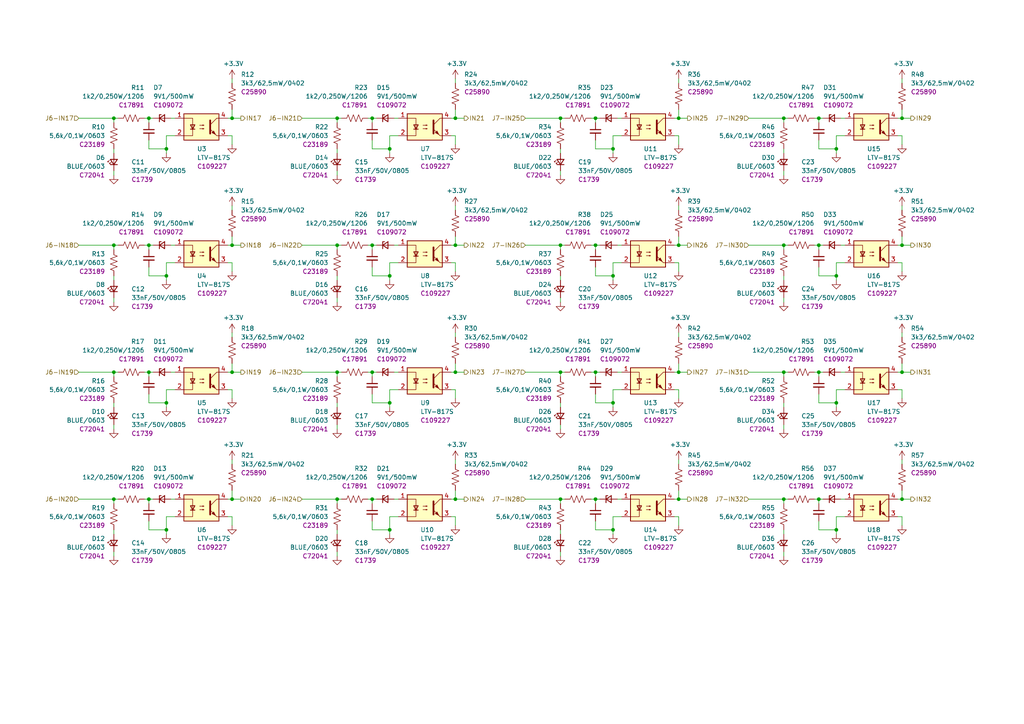
<source format=kicad_sch>
(kicad_sch (version 20230121) (generator eeschema)
  (paper "A4")
  (title_block (title "ESP 16x 24VDC Input 16x External Relay Output Module") (date "2022-10-20") (rev "V1"))
  (junction (at 113.03 43.18))
  (junction (at 177.8 153.67))
  (junction (at 227.33 144.78))
  (junction (at 237.49 34.29))
  (junction (at 132.08 34.29))
  (junction (at 196.85 144.78))
  (junction (at 97.79 107.95))
  (junction (at 48.26 43.18))
  (junction (at 172.72 71.12))
  (junction (at 97.79 71.12))
  (junction (at 113.03 153.67))
  (junction (at 237.49 71.12))
  (junction (at 107.95 144.78))
  (junction (at 162.56 71.12))
  (junction (at 43.18 71.12))
  (junction (at 33.02 144.78))
  (junction (at 107.95 34.29))
  (junction (at 227.33 107.95))
  (junction (at 48.26 153.67))
  (junction (at 237.49 107.95))
  (junction (at 162.56 107.95))
  (junction (at 97.79 34.29))
  (junction (at 162.56 144.78))
  (junction (at 172.72 107.95))
  (junction (at 132.08 107.95))
  (junction (at 242.57 80.01))
  (junction (at 261.62 144.78))
  (junction (at 67.31 71.12))
  (junction (at 48.26 116.84))
  (junction (at 227.33 34.29))
  (junction (at 33.02 34.29))
  (junction (at 261.62 34.29))
  (junction (at 97.79 144.78))
  (junction (at 67.31 144.78))
  (junction (at 107.95 71.12))
  (junction (at 132.08 71.12))
  (junction (at 237.49 144.78))
  (junction (at 196.85 34.29))
  (junction (at 172.72 34.29))
  (junction (at 196.85 71.12))
  (junction (at 113.03 116.84))
  (junction (at 67.31 107.95))
  (junction (at 48.26 80.01))
  (junction (at 242.57 153.67))
  (junction (at 242.57 116.84))
  (junction (at 43.18 34.29))
  (junction (at 227.33 71.12))
  (junction (at 132.08 144.78))
  (junction (at 172.72 144.78))
  (junction (at 242.57 43.18))
  (junction (at 177.8 80.01))
  (junction (at 177.8 43.18))
  (junction (at 162.56 34.29))
  (junction (at 33.02 107.95))
  (junction (at 196.85 107.95))
  (junction (at 107.95 107.95))
  (junction (at 33.02 71.12))
  (junction (at 261.62 107.95))
  (junction (at 67.31 34.29))
  (junction (at 43.18 107.95))
  (junction (at 43.18 144.78))
  (junction (at 177.8 116.84))
  (junction (at 261.62 71.12))
  (junction (at 113.03 80.01))
  (wire (pts (xy 245.11 76.2) (xy 242.57 76.2)))
  (wire (pts (xy 107.95 151.13) (xy 107.95 153.67)))
  (wire (pts (xy 22.86 144.78) (xy 33.02 144.78)))
  (wire (pts (xy 130.81 34.29) (xy 132.08 34.29)))
  (wire (pts (xy 22.86 107.95) (xy 33.02 107.95)))
  (wire (pts (xy 196.85 22.86) (xy 196.85 24.13)))
  (wire (pts (xy 43.18 77.47) (xy 43.18 80.01)))
  (wire (pts (xy 227.33 160.02) (xy 227.33 161.29)))
  (wire (pts (xy 33.02 86.36) (xy 33.02 87.63)))
  (wire (pts (xy 67.31 39.37) (xy 67.31 41.91)))
  (wire (pts (xy 97.79 116.84) (xy 97.79 118.11)))
  (wire (pts (xy 177.8 153.67) (xy 177.8 154.94)))
  (wire (pts (xy 242.57 39.37) (xy 242.57 43.18)))
  (wire (pts (xy 172.72 107.95) (xy 173.99 107.95)))
  (wire (pts (xy 33.02 34.29) (xy 33.02 35.56)))
  (wire (pts (xy 196.85 59.69) (xy 196.85 60.96)))
  (wire (pts (xy 50.8 149.86) (xy 48.26 149.86)))
  (wire (pts (xy 227.33 34.29) (xy 227.33 35.56)))
  (wire (pts (xy 196.85 149.86) (xy 196.85 152.4)))
  (wire (pts (xy 217.17 34.29) (xy 227.33 34.29)))
  (wire (pts (xy 132.08 76.2) (xy 132.08 78.74)))
  (wire (pts (xy 162.56 80.01) (xy 162.56 81.28)))
  (wire (pts (xy 242.57 76.2) (xy 242.57 80.01)))
  (wire (pts (xy 114.3 71.12) (xy 115.57 71.12)))
  (wire (pts (xy 48.26 113.03) (xy 48.26 116.84)))
  (wire (pts (xy 242.57 116.84) (xy 242.57 118.11)))
  (wire (pts (xy 243.84 144.78) (xy 245.11 144.78)))
  (wire (pts (xy 162.56 153.67) (xy 162.56 154.94)))
  (wire (pts (xy 162.56 71.12) (xy 162.56 72.39)))
  (wire (pts (xy 237.49 80.01) (xy 242.57 80.01)))
  (wire (pts (xy 22.86 34.29) (xy 33.02 34.29)))
  (wire (pts (xy 242.57 43.18) (xy 242.57 44.45)))
  (wire (pts (xy 130.81 144.78) (xy 132.08 144.78)))
  (wire (pts (xy 195.58 34.29) (xy 196.85 34.29)))
  (wire (pts (xy 260.35 107.95) (xy 261.62 107.95)))
  (wire (pts (xy 97.79 144.78) (xy 99.06 144.78)))
  (wire (pts (xy 179.07 71.12) (xy 180.34 71.12)))
  (wire (pts (xy 43.18 151.13) (xy 43.18 153.67)))
  (wire (pts (xy 152.4 71.12) (xy 162.56 71.12)))
  (wire (pts (xy 243.84 34.29) (xy 245.11 34.29)))
  (wire (pts (xy 107.95 146.05) (xy 107.95 144.78)))
  (wire (pts (xy 180.34 149.86) (xy 177.8 149.86)))
  (wire (pts (xy 217.17 71.12) (xy 227.33 71.12)))
  (wire (pts (xy 227.33 123.19) (xy 227.33 124.46)))
  (wire (pts (xy 87.63 144.78) (xy 97.79 144.78)))
  (wire (pts (xy 172.72 146.05) (xy 172.72 144.78)))
  (wire (pts (xy 43.18 107.95) (xy 44.45 107.95)))
  (wire (pts (xy 195.58 39.37) (xy 196.85 39.37)))
  (wire (pts (xy 196.85 142.24) (xy 196.85 144.78)))
  (wire (pts (xy 227.33 49.53) (xy 227.33 50.8)))
  (wire (pts (xy 33.02 144.78) (xy 33.02 146.05)))
  (wire (pts (xy 237.49 114.3) (xy 237.49 116.84)))
  (wire (pts (xy 107.95 71.12) (xy 109.22 71.12)))
  (wire (pts (xy 195.58 107.95) (xy 196.85 107.95)))
  (wire (pts (xy 97.79 86.36) (xy 97.79 87.63)))
  (wire (pts (xy 245.11 113.03) (xy 242.57 113.03)))
  (wire (pts (xy 261.62 59.69) (xy 261.62 60.96)))
  (wire (pts (xy 237.49 109.22) (xy 237.49 107.95)))
  (wire (pts (xy 261.62 149.86) (xy 261.62 152.4)))
  (wire (pts (xy 237.49 72.39) (xy 237.49 71.12)))
  (wire (pts (xy 87.63 34.29) (xy 97.79 34.29)))
  (wire (pts (xy 227.33 144.78) (xy 228.6 144.78)))
  (wire (pts (xy 162.56 144.78) (xy 162.56 146.05)))
  (wire (pts (xy 130.81 107.95) (xy 132.08 107.95)))
  (wire (pts (xy 106.68 71.12) (xy 107.95 71.12)))
  (wire (pts (xy 41.91 34.29) (xy 43.18 34.29)))
  (wire (pts (xy 152.4 34.29) (xy 162.56 34.29)))
  (wire (pts (xy 237.49 107.95) (xy 238.76 107.95)))
  (wire (pts (xy 195.58 149.86) (xy 196.85 149.86)))
  (wire (pts (xy 106.68 107.95) (xy 107.95 107.95)))
  (wire (pts (xy 162.56 34.29) (xy 162.56 35.56)))
  (wire (pts (xy 260.35 76.2) (xy 261.62 76.2)))
  (wire (pts (xy 43.18 72.39) (xy 43.18 71.12)))
  (wire (pts (xy 132.08 22.86) (xy 132.08 24.13)))
  (wire (pts (xy 43.18 146.05) (xy 43.18 144.78)))
  (wire (pts (xy 43.18 114.3) (xy 43.18 116.84)))
  (wire (pts (xy 261.62 107.95) (xy 264.16 107.95)))
  (wire (pts (xy 171.45 34.29) (xy 172.72 34.29)))
  (wire (pts (xy 66.04 113.03) (xy 67.31 113.03)))
  (wire (pts (xy 48.26 116.84) (xy 48.26 118.11)))
  (wire (pts (xy 172.72 71.12) (xy 173.99 71.12)))
  (wire (pts (xy 132.08 142.24) (xy 132.08 144.78)))
  (wire (pts (xy 107.95 109.22) (xy 107.95 107.95)))
  (wire (pts (xy 180.34 39.37) (xy 177.8 39.37)))
  (wire (pts (xy 162.56 123.19) (xy 162.56 124.46)))
  (wire (pts (xy 172.72 109.22) (xy 172.72 107.95)))
  (wire (pts (xy 177.8 113.03) (xy 177.8 116.84)))
  (wire (pts (xy 196.85 133.35) (xy 196.85 134.62)))
  (wire (pts (xy 97.79 34.29) (xy 99.06 34.29)))
  (wire (pts (xy 33.02 107.95) (xy 34.29 107.95)))
  (wire (pts (xy 33.02 107.95) (xy 33.02 109.22)))
  (wire (pts (xy 132.08 39.37) (xy 132.08 41.91)))
  (wire (pts (xy 172.72 35.56) (xy 172.72 34.29)))
  (wire (pts (xy 196.85 71.12) (xy 199.39 71.12)))
  (wire (pts (xy 67.31 76.2) (xy 67.31 78.74)))
  (wire (pts (xy 243.84 107.95) (xy 245.11 107.95)))
  (wire (pts (xy 41.91 71.12) (xy 43.18 71.12)))
  (wire (pts (xy 132.08 59.69) (xy 132.08 60.96)))
  (wire (pts (xy 179.07 107.95) (xy 180.34 107.95)))
  (wire (pts (xy 67.31 71.12) (xy 69.85 71.12)))
  (wire (pts (xy 67.31 31.75) (xy 67.31 34.29)))
  (wire (pts (xy 227.33 86.36) (xy 227.33 87.63)))
  (wire (pts (xy 67.31 96.52) (xy 67.31 97.79)))
  (wire (pts (xy 237.49 116.84) (xy 242.57 116.84)))
  (wire (pts (xy 217.17 107.95) (xy 227.33 107.95)))
  (wire (pts (xy 43.18 34.29) (xy 44.45 34.29)))
  (wire (pts (xy 115.57 39.37) (xy 113.03 39.37)))
  (wire (pts (xy 113.03 113.03) (xy 113.03 116.84)))
  (wire (pts (xy 107.95 153.67) (xy 113.03 153.67)))
  (wire (pts (xy 162.56 34.29) (xy 163.83 34.29)))
  (wire (pts (xy 48.26 153.67) (xy 48.26 154.94)))
  (wire (pts (xy 33.02 116.84) (xy 33.02 118.11)))
  (wire (pts (xy 162.56 86.36) (xy 162.56 87.63)))
  (wire (pts (xy 107.95 144.78) (xy 109.22 144.78)))
  (wire (pts (xy 33.02 123.19) (xy 33.02 124.46)))
  (wire (pts (xy 172.72 77.47) (xy 172.72 80.01)))
  (wire (pts (xy 171.45 107.95) (xy 172.72 107.95)))
  (wire (pts (xy 132.08 133.35) (xy 132.08 134.62)))
  (wire (pts (xy 48.26 76.2) (xy 48.26 80.01)))
  (wire (pts (xy 227.33 34.29) (xy 228.6 34.29)))
  (wire (pts (xy 113.03 39.37) (xy 113.03 43.18)))
  (wire (pts (xy 113.03 80.01) (xy 113.03 81.28)))
  (wire (pts (xy 43.18 35.56) (xy 43.18 34.29)))
  (wire (pts (xy 114.3 107.95) (xy 115.57 107.95)))
  (wire (pts (xy 180.34 113.03) (xy 177.8 113.03)))
  (wire (pts (xy 33.02 43.18) (xy 33.02 44.45)))
  (wire (pts (xy 49.53 107.95) (xy 50.8 107.95)))
  (wire (pts (xy 171.45 71.12) (xy 172.72 71.12)))
  (wire (pts (xy 236.22 144.78) (xy 237.49 144.78)))
  (wire (pts (xy 41.91 144.78) (xy 43.18 144.78)))
  (wire (pts (xy 177.8 116.84) (xy 177.8 118.11)))
  (wire (pts (xy 33.02 49.53) (xy 33.02 50.8)))
  (wire (pts (xy 43.18 40.64) (xy 43.18 43.18)))
  (wire (pts (xy 33.02 80.01) (xy 33.02 81.28)))
  (wire (pts (xy 43.18 71.12) (xy 44.45 71.12)))
  (wire (pts (xy 43.18 43.18) (xy 48.26 43.18)))
  (wire (pts (xy 43.18 144.78) (xy 44.45 144.78)))
  (wire (pts (xy 237.49 40.64) (xy 237.49 43.18)))
  (wire (pts (xy 196.85 113.03) (xy 196.85 115.57)))
  (wire (pts (xy 177.8 39.37) (xy 177.8 43.18)))
  (wire (pts (xy 106.68 144.78) (xy 107.95 144.78)))
  (wire (pts (xy 132.08 31.75) (xy 132.08 34.29)))
  (wire (pts (xy 97.79 123.19) (xy 97.79 124.46)))
  (wire (pts (xy 236.22 71.12) (xy 237.49 71.12)))
  (wire (pts (xy 162.56 43.18) (xy 162.56 44.45)))
  (wire (pts (xy 114.3 144.78) (xy 115.57 144.78)))
  (wire (pts (xy 227.33 144.78) (xy 227.33 146.05)))
  (wire (pts (xy 237.49 153.67) (xy 242.57 153.67)))
  (wire (pts (xy 132.08 144.78) (xy 134.62 144.78)))
  (wire (pts (xy 66.04 144.78) (xy 67.31 144.78)))
  (wire (pts (xy 242.57 113.03) (xy 242.57 116.84)))
  (wire (pts (xy 237.49 43.18) (xy 242.57 43.18)))
  (wire (pts (xy 171.45 144.78) (xy 172.72 144.78)))
  (wire (pts (xy 227.33 80.01) (xy 227.33 81.28)))
  (wire (pts (xy 107.95 80.01) (xy 113.03 80.01)))
  (wire (pts (xy 130.81 113.03) (xy 132.08 113.03)))
  (wire (pts (xy 48.26 80.01) (xy 48.26 81.28)))
  (wire (pts (xy 227.33 43.18) (xy 227.33 44.45)))
  (wire (pts (xy 196.85 34.29) (xy 199.39 34.29)))
  (wire (pts (xy 97.79 80.01) (xy 97.79 81.28)))
  (wire (pts (xy 115.57 113.03) (xy 113.03 113.03)))
  (wire (pts (xy 227.33 71.12) (xy 228.6 71.12)))
  (wire (pts (xy 50.8 39.37) (xy 48.26 39.37)))
  (wire (pts (xy 261.62 68.58) (xy 261.62 71.12)))
  (wire (pts (xy 33.02 160.02) (xy 33.02 161.29)))
  (wire (pts (xy 162.56 116.84) (xy 162.56 118.11)))
  (wire (pts (xy 217.17 144.78) (xy 227.33 144.78)))
  (wire (pts (xy 162.56 49.53) (xy 162.56 50.8)))
  (wire (pts (xy 261.62 31.75) (xy 261.62 34.29)))
  (wire (pts (xy 172.72 153.67) (xy 177.8 153.67)))
  (wire (pts (xy 132.08 71.12) (xy 134.62 71.12)))
  (wire (pts (xy 237.49 146.05) (xy 237.49 144.78)))
  (wire (pts (xy 236.22 34.29) (xy 237.49 34.29)))
  (wire (pts (xy 113.03 76.2) (xy 113.03 80.01)))
  (wire (pts (xy 66.04 76.2) (xy 67.31 76.2)))
  (wire (pts (xy 113.03 116.84) (xy 113.03 118.11)))
  (wire (pts (xy 179.07 34.29) (xy 180.34 34.29)))
  (wire (pts (xy 97.79 34.29) (xy 97.79 35.56)))
  (wire (pts (xy 33.02 144.78) (xy 34.29 144.78)))
  (wire (pts (xy 43.18 153.67) (xy 48.26 153.67)))
  (wire (pts (xy 50.8 113.03) (xy 48.26 113.03)))
  (wire (pts (xy 237.49 35.56) (xy 237.49 34.29)))
  (wire (pts (xy 67.31 34.29) (xy 69.85 34.29)))
  (wire (pts (xy 236.22 107.95) (xy 237.49 107.95)))
  (wire (pts (xy 67.31 133.35) (xy 67.31 134.62)))
  (wire (pts (xy 177.8 80.01) (xy 177.8 81.28)))
  (wire (pts (xy 107.95 35.56) (xy 107.95 34.29)))
  (wire (pts (xy 172.72 114.3) (xy 172.72 116.84)))
  (wire (pts (xy 227.33 116.84) (xy 227.33 118.11)))
  (wire (pts (xy 172.72 80.01) (xy 177.8 80.01)))
  (wire (pts (xy 67.31 68.58) (xy 67.31 71.12)))
  (wire (pts (xy 87.63 71.12) (xy 97.79 71.12)))
  (wire (pts (xy 67.31 59.69) (xy 67.31 60.96)))
  (wire (pts (xy 261.62 96.52) (xy 261.62 97.79)))
  (wire (pts (xy 97.79 160.02) (xy 97.79 161.29)))
  (wire (pts (xy 66.04 107.95) (xy 67.31 107.95)))
  (wire (pts (xy 237.49 151.13) (xy 237.49 153.67)))
  (wire (pts (xy 97.79 71.12) (xy 97.79 72.39)))
  (wire (pts (xy 67.31 113.03) (xy 67.31 115.57)))
  (wire (pts (xy 107.95 40.64) (xy 107.95 43.18)))
  (wire (pts (xy 107.95 34.29) (xy 109.22 34.29)))
  (wire (pts (xy 152.4 144.78) (xy 162.56 144.78)))
  (wire (pts (xy 242.57 80.01) (xy 242.57 81.28)))
  (wire (pts (xy 227.33 107.95) (xy 227.33 109.22)))
  (wire (pts (xy 50.8 76.2) (xy 48.26 76.2)))
  (wire (pts (xy 261.62 22.86) (xy 261.62 24.13)))
  (wire (pts (xy 33.02 153.67) (xy 33.02 154.94)))
  (wire (pts (xy 33.02 71.12) (xy 33.02 72.39)))
  (wire (pts (xy 227.33 71.12) (xy 227.33 72.39)))
  (wire (pts (xy 107.95 116.84) (xy 113.03 116.84)))
  (wire (pts (xy 196.85 68.58) (xy 196.85 71.12)))
  (wire (pts (xy 261.62 105.41) (xy 261.62 107.95)))
  (wire (pts (xy 260.35 39.37) (xy 261.62 39.37)))
  (wire (pts (xy 162.56 144.78) (xy 163.83 144.78)))
  (wire (pts (xy 41.91 107.95) (xy 43.18 107.95)))
  (wire (pts (xy 242.57 153.67) (xy 242.57 154.94)))
  (wire (pts (xy 22.86 71.12) (xy 33.02 71.12)))
  (wire (pts (xy 97.79 43.18) (xy 97.79 44.45)))
  (wire (pts (xy 132.08 113.03) (xy 132.08 115.57)))
  (wire (pts (xy 177.8 149.86) (xy 177.8 153.67)))
  (wire (pts (xy 130.81 71.12) (xy 132.08 71.12)))
  (wire (pts (xy 107.95 114.3) (xy 107.95 116.84)))
  (wire (pts (xy 261.62 144.78) (xy 264.16 144.78)))
  (wire (pts (xy 66.04 39.37) (xy 67.31 39.37)))
  (wire (pts (xy 130.81 149.86) (xy 132.08 149.86)))
  (wire (pts (xy 261.62 142.24) (xy 261.62 144.78)))
  (wire (pts (xy 196.85 39.37) (xy 196.85 41.91)))
  (wire (pts (xy 49.53 34.29) (xy 50.8 34.29)))
  (wire (pts (xy 107.95 107.95) (xy 109.22 107.95)))
  (wire (pts (xy 97.79 107.95) (xy 97.79 109.22)))
  (wire (pts (xy 132.08 96.52) (xy 132.08 97.79)))
  (wire (pts (xy 195.58 144.78) (xy 196.85 144.78)))
  (wire (pts (xy 130.81 76.2) (xy 132.08 76.2)))
  (wire (pts (xy 260.35 113.03) (xy 261.62 113.03)))
  (wire (pts (xy 162.56 107.95) (xy 163.83 107.95)))
  (wire (pts (xy 113.03 43.18) (xy 113.03 44.45)))
  (wire (pts (xy 261.62 113.03) (xy 261.62 115.57)))
  (wire (pts (xy 67.31 105.41) (xy 67.31 107.95)))
  (wire (pts (xy 67.31 144.78) (xy 69.85 144.78)))
  (wire (pts (xy 132.08 34.29) (xy 134.62 34.29)))
  (wire (pts (xy 172.72 151.13) (xy 172.72 153.67)))
  (wire (pts (xy 172.72 144.78) (xy 173.99 144.78)))
  (wire (pts (xy 260.35 149.86) (xy 261.62 149.86)))
  (wire (pts (xy 196.85 107.95) (xy 199.39 107.95)))
  (wire (pts (xy 162.56 160.02) (xy 162.56 161.29)))
  (wire (pts (xy 97.79 71.12) (xy 99.06 71.12)))
  (wire (pts (xy 227.33 107.95) (xy 228.6 107.95)))
  (wire (pts (xy 48.26 39.37) (xy 48.26 43.18)))
  (wire (pts (xy 261.62 71.12) (xy 264.16 71.12)))
  (wire (pts (xy 66.04 71.12) (xy 67.31 71.12)))
  (wire (pts (xy 243.84 71.12) (xy 245.11 71.12)))
  (wire (pts (xy 162.56 107.95) (xy 162.56 109.22)))
  (wire (pts (xy 67.31 107.95) (xy 69.85 107.95)))
  (wire (pts (xy 195.58 113.03) (xy 196.85 113.03)))
  (wire (pts (xy 67.31 142.24) (xy 67.31 144.78)))
  (wire (pts (xy 130.81 39.37) (xy 132.08 39.37)))
  (wire (pts (xy 162.56 71.12) (xy 163.83 71.12)))
  (wire (pts (xy 107.95 72.39) (xy 107.95 71.12)))
  (wire (pts (xy 260.35 34.29) (xy 261.62 34.29)))
  (wire (pts (xy 261.62 39.37) (xy 261.62 41.91)))
  (wire (pts (xy 115.57 149.86) (xy 113.03 149.86)))
  (wire (pts (xy 261.62 34.29) (xy 264.16 34.29)))
  (wire (pts (xy 97.79 153.67) (xy 97.79 154.94)))
  (wire (pts (xy 113.03 153.67) (xy 113.03 154.94)))
  (wire (pts (xy 180.34 76.2) (xy 177.8 76.2)))
  (wire (pts (xy 33.02 34.29) (xy 34.29 34.29)))
  (wire (pts (xy 132.08 68.58) (xy 132.08 71.12)))
  (wire (pts (xy 107.95 77.47) (xy 107.95 80.01)))
  (wire (pts (xy 97.79 49.53) (xy 97.79 50.8)))
  (wire (pts (xy 49.53 71.12) (xy 50.8 71.12)))
  (wire (pts (xy 261.62 133.35) (xy 261.62 134.62)))
  (wire (pts (xy 106.68 34.29) (xy 107.95 34.29)))
  (wire (pts (xy 43.18 116.84) (xy 48.26 116.84)))
  (wire (pts (xy 33.02 71.12) (xy 34.29 71.12)))
  (wire (pts (xy 196.85 96.52) (xy 196.85 97.79)))
  (wire (pts (xy 172.72 40.64) (xy 172.72 43.18)))
  (wire (pts (xy 237.49 34.29) (xy 238.76 34.29)))
  (wire (pts (xy 177.8 76.2) (xy 177.8 80.01)))
  (wire (pts (xy 237.49 144.78) (xy 238.76 144.78)))
  (wire (pts (xy 66.04 149.86) (xy 67.31 149.86)))
  (wire (pts (xy 242.57 149.86) (xy 242.57 153.67)))
  (wire (pts (xy 152.4 107.95) (xy 162.56 107.95)))
  (wire (pts (xy 172.72 72.39) (xy 172.72 71.12)))
  (wire (pts (xy 195.58 76.2) (xy 196.85 76.2)))
  (wire (pts (xy 48.26 43.18) (xy 48.26 44.45)))
  (wire (pts (xy 237.49 71.12) (xy 238.76 71.12)))
  (wire (pts (xy 195.58 71.12) (xy 196.85 71.12)))
  (wire (pts (xy 172.72 116.84) (xy 177.8 116.84)))
  (wire (pts (xy 115.57 76.2) (xy 113.03 76.2)))
  (wire (pts (xy 107.95 43.18) (xy 113.03 43.18)))
  (wire (pts (xy 97.79 107.95) (xy 99.06 107.95)))
  (wire (pts (xy 261.62 76.2) (xy 261.62 78.74)))
  (wire (pts (xy 113.03 149.86) (xy 113.03 153.67)))
  (wire (pts (xy 196.85 31.75) (xy 196.85 34.29)))
  (wire (pts (xy 67.31 149.86) (xy 67.31 152.4)))
  (wire (pts (xy 97.79 144.78) (xy 97.79 146.05)))
  (wire (pts (xy 245.11 39.37) (xy 242.57 39.37)))
  (wire (pts (xy 196.85 105.41) (xy 196.85 107.95)))
  (wire (pts (xy 177.8 43.18) (xy 177.8 44.45)))
  (wire (pts (xy 196.85 76.2) (xy 196.85 78.74)))
  (wire (pts (xy 132.08 149.86) (xy 132.08 152.4)))
  (wire (pts (xy 43.18 80.01) (xy 48.26 80.01)))
  (wire (pts (xy 49.53 144.78) (xy 50.8 144.78)))
  (wire (pts (xy 132.08 105.41) (xy 132.08 107.95)))
  (wire (pts (xy 172.72 43.18) (xy 177.8 43.18)))
  (wire (pts (xy 237.49 77.47) (xy 237.49 80.01)))
  (wire (pts (xy 196.85 144.78) (xy 199.39 144.78)))
  (wire (pts (xy 227.33 153.67) (xy 227.33 154.94)))
  (wire (pts (xy 179.07 144.78) (xy 180.34 144.78)))
  (wire (pts (xy 245.11 149.86) (xy 242.57 149.86)))
  (wire (pts (xy 67.31 22.86) (xy 67.31 24.13)))
  (wire (pts (xy 43.18 109.22) (xy 43.18 107.95)))
  (wire (pts (xy 132.08 107.95) (xy 134.62 107.95)))
  (wire (pts (xy 260.35 144.78) (xy 261.62 144.78)))
  (wire (pts (xy 87.63 107.95) (xy 97.79 107.95)))
  (wire (pts (xy 114.3 34.29) (xy 115.57 34.29)))
  (wire (pts (xy 172.72 34.29) (xy 173.99 34.29)))
  (wire (pts (xy 66.04 34.29) (xy 67.31 34.29)))
  (wire (pts (xy 260.35 71.12) (xy 261.62 71.12)))
  (wire (pts (xy 48.26 149.86) (xy 48.26 153.67)))
  (hierarchical_label "J6-IN22" (shape input) (at 87.63 71.12 180))
  (hierarchical_label "J7-IN32" (shape input) (at 217.17 144.78 180))
  (hierarchical_label "J7-IN25" (shape input) (at 152.4 34.29 180))
  (hierarchical_label "IN32" (shape output) (at 264.16 144.78 0))
  (hierarchical_label "IN20" (shape output) (at 69.85 144.78 0))
  (hierarchical_label "IN24" (shape output) (at 134.62 144.78 0))
  (hierarchical_label "J6-IN21" (shape input) (at 87.63 34.29 180))
  (hierarchical_label "J6-IN23" (shape input) (at 87.63 107.95 180))
  (hierarchical_label "IN18" (shape output) (at 69.85 71.12 0))
  (hierarchical_label "IN28" (shape output) (at 199.39 144.78 0))
  (hierarchical_label "IN30" (shape output) (at 264.16 71.12 0))
  (hierarchical_label "IN21" (shape output) (at 134.62 34.29 0))
  (hierarchical_label "IN17" (shape output) (at 69.85 34.29 0))
  (hierarchical_label "J6-IN19" (shape input) (at 22.86 107.95 180))
  (hierarchical_label "J6-IN18" (shape input) (at 22.86 71.12 180))
  (hierarchical_label "J7-IN26" (shape input) (at 152.4 71.12 180))
  (hierarchical_label "IN25" (shape output) (at 199.39 34.29 0))
  (hierarchical_label "J7-IN29" (shape input) (at 217.17 34.29 180))
  (hierarchical_label "J6-IN24" (shape input) (at 87.63 144.78 180))
  (hierarchical_label "IN19" (shape output) (at 69.85 107.95 0))
  (hierarchical_label "J6-IN20" (shape input) (at 22.86 144.78 180))
  (hierarchical_label "J7-IN31" (shape input) (at 217.17 107.95 180))
  (hierarchical_label "IN22" (shape output) (at 134.62 71.12 0))
  (hierarchical_label "J7-IN28" (shape input) (at 152.4 144.78 180))
  (hierarchical_label "IN31" (shape output) (at 264.16 107.95 0))
  (hierarchical_label "J6-IN17" (shape input) (at 22.86 34.29 180))
  (hierarchical_label "IN29" (shape output) (at 264.16 34.29 0))
  (hierarchical_label "IN27" (shape output) (at 199.39 107.95 0))
  (hierarchical_label "IN23" (shape output) (at 134.62 107.95 0))
  (hierarchical_label "IN26" (shape output) (at 199.39 71.12 0))
  (hierarchical_label "J7-IN27" (shape input) (at 152.4 107.95 180))
  (hierarchical_label "J7-IN30" (shape input) (at 217.17 71.12 180))
  (symbol (lib_id "Device:R_US") (at 196.85 138.43 0) (unit 1)
    (property "Reference" "R45" (at 199.39 132.08 0) (effects (justify left)))
    (property "Value" "3k3/62,5mW/0402" (at 199.39 134.62 0) (effects (justify left)))
    (property "Footprint" "Tales:R_0402_1005Metric" (effects hide))
    (property "Case" "0402/1005" (effects hide))
    (property "Mfr" "Uniroyal" (effects hide))
    (property "Vendor" "JLCPCB" (effects hide))
    (property "Mfr PN" "0402WGF3301TCE" (effects hide))
    (property "Vendor PN" "C25890" (effects hide))
    (property "LCSC Part #" "C25890" (at 199.39 137.16 0) (effects (justify left)))
    (property "JLCPCB BOM" "1" (effects hide))
    (instances (project "ESP-relay-32ch-V1" (path "" (reference "R45") (unit 1)) (path "" (reference "R118") (unit 1))))
  )
  (symbol (lib_id "Device:LED_Small") (at 97.79 120.65 90) (unit 1)
    (property "Reference" "D18" (at 95.25 119.38 90) (effects (justify left)))
    (property "Value" "BLUE/0603" (at 95.25 121.92 90) (effects (justify left)))
    (property "Footprint" "Tales:LED_0603_1608Metric" (effects hide))
    (property "Case" "0603" (effects hide))
    (property "Mfr" "Everlight" (effects hide))
    (property "Mfr PN" "19-217/BHC-ZL1M2RY/3T" (effects hide))
    (property "Vendor" "JLCPCB" (effects hide))
    (property "Vendor PN" "C72041" (effects hide))
    (property "LCSC Part #" "C72041" (at 95.25 124.46 90) (effects (justify left)))
    (property "JLCPCB BOM" "1" (effects hide))
    (instances (project "ESP-relay-32ch-V1" (path "" (reference "D18") (unit 1)) (path "" (reference "D49") (unit 1))))
  )
  (symbol (lib_id "Device:C_Small") (at 43.18 111.76 0) (unit 1)
    (property "Reference" "C13" (at 38.1 120.65 0) (effects (justify left)))
    (property "Value" "33nF/50V/0805" (at 38.1 123.19 0) (effects (justify left)))
    (property "Footprint" "Tales:C_0805_2012Metric" (effects hide))
    (property "Technology" "Ceramic" (effects hide))
    (property "Case" "0805/2012" (effects hide))
    (property "Mfr" "FH" (effects hide))
    (property "Mfr PN" "0805B333K500NT" (effects hide))
    (property "Vendor" "JLCPCB" (effects hide))
    (property "Vendor PN" "C1739" (effects hide))
    (property "LCSC Part #" "C1739" (at 38.1 125.73 0) (effects (justify left)))
    (property "JLCPCB BOM" "1" (effects hide))
    (instances (project "ESP-relay-32ch-V1" (path "" (reference "C13") (unit 1)) (path "" (reference "C41") (unit 1))))
  )
  (symbol (lib_id "power:GND") (at 177.8 44.45 0) (unit 1)
    (property "Reference" "#PWR039" (effects hide))
    (property "Value" "GNDREF" (effects hide))
    (instances (project "ESP-relay-32ch-V1" (path "" (reference "#PWR039") (unit 1)) (path "" (reference "#PWR0183") (unit 1))))
  )
  (symbol (lib_id "Device:R_US") (at 67.31 27.94 0) (unit 1)
    (property "Reference" "R12" (at 69.85 21.59 0) (effects (justify left)))
    (property "Value" "3k3/62,5mW/0402" (at 69.85 24.13 0) (effects (justify left)))
    (property "Footprint" "Tales:R_0402_1005Metric" (effects hide))
    (property "Case" "0402/1005" (effects hide))
    (property "Mfr" "Uniroyal" (effects hide))
    (property "Vendor" "JLCPCB" (effects hide))
    (property "Mfr PN" "0402WGF3301TCE" (effects hide))
    (property "Vendor PN" "C25890" (effects hide))
    (property "LCSC Part #" "C25890" (at 69.85 26.67 0) (effects (justify left)))
    (property "JLCPCB BOM" "1" (effects hide))
    (instances (project "ESP-relay-32ch-V1" (path "" (reference "R12") (unit 1)) (path "" (reference "R91") (unit 1))))
  )
  (symbol (lib_id "Device:R_US") (at 38.1 107.95 270) (unit 1)
    (property "Reference" "R17" (at 41.91 99.06 90) (effects (justify right)))
    (property "Value" "1k2/0,250W/1206" (at 41.91 101.6 90) (effects (justify right)))
    (property "Footprint" "Tales:R_1206_3216Metric" (effects hide))
    (property "Case" "1206/3216" (effects hide))
    (property "Mfr" "Uniroyal" (effects hide))
    (property "Vendor" "JLCPCB" (effects hide))
    (property "Mfr PN" "1206W4F1201T5E" (effects hide))
    (property "Vendor PN" "C17891" (effects hide))
    (property "LCSC Part #" "C17891" (at 41.91 104.14 90) (effects (justify right)))
    (property "JLCPCB BOM" "1" (effects hide))
    (instances (project "ESP-relay-32ch-V1" (path "" (reference "R17") (unit 1)) (path "" (reference "R89") (unit 1))))
  )
  (symbol (lib_id "Device:C_Small") (at 43.18 148.59 0) (unit 1)
    (property "Reference" "C14" (at 38.1 157.48 0) (effects (justify left)))
    (property "Value" "33nF/50V/0805" (at 38.1 160.02 0) (effects (justify left)))
    (property "Footprint" "Tales:C_0805_2012Metric" (effects hide))
    (property "Technology" "Ceramic" (effects hide))
    (property "Case" "0805/2012" (effects hide))
    (property "Mfr" "FH" (effects hide))
    (property "Mfr PN" "0805B333K500NT" (effects hide))
    (property "Vendor" "JLCPCB" (effects hide))
    (property "Vendor PN" "C1739" (effects hide))
    (property "LCSC Part #" "C1739" (at 38.1 162.56 0) (effects (justify left)))
    (property "JLCPCB BOM" "1" (effects hide))
    (instances (project "ESP-relay-32ch-V1" (path "" (reference "C14") (unit 1)) (path "" (reference "C42") (unit 1))))
  )
  (symbol (lib_id "Isolator:LTV-817S") (at 187.96 36.83 0) (unit 1)
    (property "Reference" "U11" (at 186.69 43.18 0) (effects (justify left)))
    (property "Value" "LTV-817S" (at 186.69 45.72 0) (effects (justify left)))
    (property "Footprint" "Tales:SMDIP-4_W9.53mm" (effects hide))
    (property "Datasheet" "http://www.us.liteon.com/downloads/LTV-817-827-847.PDF" (effects hide))
    (property "JLCPCB BOM" "1" (effects hide))
    (property "LCSC Part #" "C109227" (at 186.69 48.26 0) (effects (justify left)))
    (property "Mfr PN" "LTV-817S-TA1-C" (effects hide))
    (property "Vendor PN" "C109227" (effects hide))
    (property "Case" "SMDIP-4" (effects hide))
    (property "Mfr" "Lite-On" (effects hide))
    (property "Vendor" "JLCPCB" (effects hide))
    (instances (project "ESP-relay-32ch-V1" (path "" (reference "U11") (unit 1)) (path "" (reference "U34") (unit 1))))
  )
  (symbol (lib_id "power:GND") (at 48.26 154.94 0) (unit 1)
    (property "Reference" "#PWR010" (effects hide))
    (property "Value" "GNDREF" (effects hide))
    (instances (project "ESP-relay-32ch-V1" (path "" (reference "#PWR010") (unit 1)) (path "" (reference "#PWR0154") (unit 1))))
  )
  (symbol (lib_id "Device:R_US") (at 261.62 64.77 0) (unit 1)
    (property "Reference" "R51" (at 264.16 58.42 0) (effects (justify left)))
    (property "Value" "3k3/62,5mW/0402" (at 264.16 60.96 0) (effects (justify left)))
    (property "Footprint" "Tales:R_0402_1005Metric" (effects hide))
    (property "Case" "0402/1005" (effects hide))
    (property "Mfr" "Uniroyal" (effects hide))
    (property "Vendor" "JLCPCB" (effects hide))
    (property "Mfr PN" "0402WGF3301TCE" (effects hide))
    (property "Vendor PN" "C25890" (effects hide))
    (property "LCSC Part #" "C25890" (at 264.16 63.5 0) (effects (justify left)))
    (property "JLCPCB BOM" "1" (effects hide))
    (instances (project "ESP-relay-32ch-V1" (path "" (reference "R51") (unit 1)) (path "" (reference "R128") (unit 1))))
  )
  (symbol (lib_id "Device:D_Zener_Small") (at 46.99 34.29 0) (unit 1)
    (property "Reference" "D7" (at 44.45 25.4 0) (effects (justify left)))
    (property "Value" "9V1/500mW" (at 44.45 27.94 0) (effects (justify left)))
    (property "Footprint" "Tales:D_MiniMELF" (effects hide))
    (property "Case" "MiniMELF" (effects hide))
    (property "Mfr" "Semtech" (effects hide))
    (property "Mfr PN" "ZMM5239B" (effects hide))
    (property "Vendor" "JLCPCB" (effects hide))
    (property "Vendor PN" "C109072" (effects hide))
    (property "JLCPCB BOM" "1" (effects hide))
    (property "LCSC Part #" "C109072" (at 44.45 30.48 0) (effects (justify left)))
    (instances (project "ESP-relay-32ch-V1" (path "" (reference "D7") (unit 1)) (path "" (reference "D43") (unit 1))))
  )
  (symbol (lib_id "power:GND") (at 67.31 78.74 0) (unit 1)
    (property "Reference" "#PWR014" (effects hide))
    (property "Value" "GNDREF" (effects hide))
    (instances (project "ESP-relay-32ch-V1" (path "" (reference "#PWR014") (unit 1)) (path "" (reference "#PWR0158") (unit 1))))
  )
  (symbol (lib_id "Device:C_Small") (at 107.95 74.93 0) (unit 1)
    (property "Reference" "C16" (at 102.87 83.82 0) (effects (justify left)))
    (property "Value" "33nF/50V/0805" (at 102.87 86.36 0) (effects (justify left)))
    (property "Footprint" "Tales:C_0805_2012Metric" (effects hide))
    (property "Technology" "Ceramic" (effects hide))
    (property "Case" "0805/2012" (effects hide))
    (property "Mfr" "FH" (effects hide))
    (property "Mfr PN" "0805B333K500NT" (effects hide))
    (property "Vendor" "JLCPCB" (effects hide))
    (property "Vendor PN" "C1739" (effects hide))
    (property "LCSC Part #" "C1739" (at 102.87 88.9 0) (effects (justify left)))
    (property "JLCPCB BOM" "1" (effects hide))
    (instances (project "ESP-relay-32ch-V1" (path "" (reference "C16") (unit 1)) (path "" (reference "C44") (unit 1))))
  )
  (symbol (lib_id "power:GND") (at 113.03 44.45 0) (unit 1)
    (property "Reference" "#PWR023" (effects hide))
    (property "Value" "GNDREF" (effects hide))
    (instances (project "ESP-relay-32ch-V1" (path "" (reference "#PWR023") (unit 1)) (path "" (reference "#PWR0167") (unit 1))))
  )
  (symbol (lib_id "Device:R_US") (at 38.1 71.12 270) (unit 1)
    (property "Reference" "R14" (at 41.91 62.23 90) (effects (justify right)))
    (property "Value" "1k2/0,250W/1206" (at 41.91 64.77 90) (effects (justify right)))
    (property "Footprint" "Tales:R_1206_3216Metric" (effects hide))
    (property "Case" "1206/3216" (effects hide))
    (property "Mfr" "Uniroyal" (effects hide))
    (property "Vendor" "JLCPCB" (effects hide))
    (property "Mfr PN" "1206W4F1201T5E" (effects hide))
    (property "Vendor PN" "C17891" (effects hide))
    (property "LCSC Part #" "C17891" (at 41.91 67.31 90) (effects (justify right)))
    (property "JLCPCB BOM" "1" (effects hide))
    (instances (project "ESP-relay-32ch-V1" (path "" (reference "R14") (unit 1)) (path "" (reference "R88") (unit 1))))
  )
  (symbol (lib_id "Device:R_US") (at 38.1 144.78 270) (unit 1)
    (property "Reference" "R20" (at 41.91 135.89 90) (effects (justify right)))
    (property "Value" "1k2/0,250W/1206" (at 41.91 138.43 90) (effects (justify right)))
    (property "Footprint" "Tales:R_1206_3216Metric" (effects hide))
    (property "Case" "1206/3216" (effects hide))
    (property "Mfr" "Uniroyal" (effects hide))
    (property "Vendor" "JLCPCB" (effects hide))
    (property "Mfr PN" "1206W4F1201T5E" (effects hide))
    (property "Vendor PN" "C17891" (effects hide))
    (property "LCSC Part #" "C17891" (at 41.91 140.97 90) (effects (justify right)))
    (property "JLCPCB BOM" "1" (effects hide))
    (instances (project "ESP-relay-32ch-V1" (path "" (reference "R20") (unit 1)) (path "" (reference "R90") (unit 1))))
  )
  (symbol (lib_id "Device:R_US") (at 132.08 138.43 0) (unit 1)
    (property "Reference" "R33" (at 134.62 132.08 0) (effects (justify left)))
    (property "Value" "3k3/62,5mW/0402" (at 134.62 134.62 0) (effects (justify left)))
    (property "Footprint" "Tales:R_0402_1005Metric" (effects hide))
    (property "Case" "0402/1005" (effects hide))
    (property "Mfr" "Uniroyal" (effects hide))
    (property "Vendor" "JLCPCB" (effects hide))
    (property "Mfr PN" "0402WGF3301TCE" (effects hide))
    (property "Vendor PN" "C25890" (effects hide))
    (property "LCSC Part #" "C25890" (at 134.62 137.16 0) (effects (justify left)))
    (property "JLCPCB BOM" "1" (effects hide))
    (instances (project "ESP-relay-32ch-V1" (path "" (reference "R33") (unit 1)) (path "" (reference "R106") (unit 1))))
  )
  (symbol (lib_id "Device:C_Small") (at 172.72 111.76 0) (unit 1)
    (property "Reference" "C21" (at 167.64 120.65 0) (effects (justify left)))
    (property "Value" "33nF/50V/0805" (at 167.64 123.19 0) (effects (justify left)))
    (property "Footprint" "Tales:C_0805_2012Metric" (effects hide))
    (property "Technology" "Ceramic" (effects hide))
    (property "Case" "0805/2012" (effects hide))
    (property "Mfr" "FH" (effects hide))
    (property "Mfr PN" "0805B333K500NT" (effects hide))
    (property "Vendor" "JLCPCB" (effects hide))
    (property "Vendor PN" "C1739" (effects hide))
    (property "LCSC Part #" "C1739" (at 167.64 125.73 0) (effects (justify left)))
    (property "JLCPCB BOM" "1" (effects hide))
    (instances (project "ESP-relay-32ch-V1" (path "" (reference "C21") (unit 1)) (path "" (reference "C49") (unit 1))))
  )
  (symbol (lib_id "power:GND") (at 48.26 81.28 0) (unit 1)
    (property "Reference" "#PWR08" (effects hide))
    (property "Value" "GNDREF" (effects hide))
    (instances (project "ESP-relay-32ch-V1" (path "" (reference "#PWR08") (unit 1)) (path "" (reference "#PWR0152") (unit 1))))
  )
  (symbol (lib_id "Tales:+3.3V") (at 196.85 59.69 0) (unit 1)
    (property "Reference" "#PWR045" (effects hide))
    (property "Value" "+3.3V" (at 197.231 55.2958 0))
    (instances (project "ESP-relay-32ch-V1" (path "" (reference "#PWR045") (unit 1)) (path "" (reference "#PWR0189") (unit 1))))
  )
  (symbol (lib_id "Device:R_US") (at 67.31 138.43 0) (unit 1)
    (property "Reference" "R21" (at 69.85 132.08 0) (effects (justify left)))
    (property "Value" "3k3/62,5mW/0402" (at 69.85 134.62 0) (effects (justify left)))
    (property "Footprint" "Tales:R_0402_1005Metric" (effects hide))
    (property "Case" "0402/1005" (effects hide))
    (property "Mfr" "Uniroyal" (effects hide))
    (property "Vendor" "JLCPCB" (effects hide))
    (property "Mfr PN" "0402WGF3301TCE" (effects hide))
    (property "Vendor PN" "C25890" (effects hide))
    (property "LCSC Part #" "C25890" (at 69.85 137.16 0) (effects (justify left)))
    (property "JLCPCB BOM" "1" (effects hide))
    (instances (project "ESP-relay-32ch-V1" (path "" (reference "R21") (unit 1)) (path "" (reference "R94") (unit 1))))
  )
  (symbol (lib_id "Device:R_US") (at 33.02 113.03 0) (unit 1)
    (property "Reference" "R16" (at 30.48 110.49 0) (effects (justify right)))
    (property "Value" "5,6k/0,1W/0603" (at 30.48 113.03 0) (effects (justify right)))
    (property "Footprint" "Tales:R_0603_1608Metric" (effects hide))
    (property "Case" "0603/1608" (effects hide))
    (property "Mfr" "Uniroyal" (effects hide))
    (property "Mfr PN" "0603WAF5601T5E" (effects hide))
    (property "Vendor" "JLCPCB" (effects hide))
    (property "Vendor PN" "C23189" (effects hide))
    (property "LCSC Part #" "C23189" (at 30.48 115.57 0) (effects (justify right)))
    (property "JLCPCB BOM" "1" (effects hide))
    (instances (project "ESP-relay-32ch-V1" (path "" (reference "R16") (unit 1)) (path "" (reference "R85") (unit 1))))
  )
  (symbol (lib_id "power:GND") (at 67.31 41.91 0) (unit 1)
    (property "Reference" "#PWR012" (effects hide))
    (property "Value" "GNDREF" (effects hide))
    (instances (project "ESP-relay-32ch-V1" (path "" (reference "#PWR012") (unit 1)) (path "" (reference "#PWR0156") (unit 1))))
  )
  (symbol (lib_id "Tales:+3.3V") (at 261.62 22.86 0) (unit 1)
    (property "Reference" "#PWR0181" (effects hide))
    (property "Value" "+3.3V" (at 262.001 18.4658 0))
    (instances (project "ESP-relay-32ch-V1" (path "" (reference "#PWR0181") (unit 1)) (path "" (reference "#PWR0203") (unit 1))))
  )
  (symbol (lib_id "Device:C_Small") (at 237.49 148.59 0) (unit 1)
    (property "Reference" "C26" (at 232.41 157.48 0) (effects (justify left)))
    (property "Value" "33nF/50V/0805" (at 232.41 160.02 0) (effects (justify left)))
    (property "Footprint" "Tales:C_0805_2012Metric" (effects hide))
    (property "Technology" "Ceramic" (effects hide))
    (property "Case" "0805/2012" (effects hide))
    (property "Mfr" "FH" (effects hide))
    (property "Mfr PN" "0805B333K500NT" (effects hide))
    (property "Vendor" "JLCPCB" (effects hide))
    (property "Vendor PN" "C1739" (effects hide))
    (property "LCSC Part #" "C1739" (at 232.41 162.56 0) (effects (justify left)))
    (property "JLCPCB BOM" "1" (effects hide))
    (instances (project "ESP-relay-32ch-V1" (path "" (reference "C26") (unit 1)) (path "" (reference "C54") (unit 1))))
  )
  (symbol (lib_id "power:GND") (at 33.02 87.63 0) (unit 1)
    (property "Reference" "#PWR04" (effects hide))
    (property "Value" "GNDREF" (effects hide))
    (instances (project "ESP-relay-32ch-V1" (path "" (reference "#PWR04") (unit 1)) (path "" (reference "#PWR0148") (unit 1))))
  )
  (symbol (lib_id "power:GND") (at 162.56 87.63 0) (unit 1)
    (property "Reference" "#PWR036" (effects hide))
    (property "Value" "GNDREF" (effects hide))
    (instances (project "ESP-relay-32ch-V1" (path "" (reference "#PWR036") (unit 1)) (path "" (reference "#PWR0180") (unit 1))))
  )
  (symbol (lib_id "Device:D_Zener_Small") (at 241.3 34.29 0) (unit 1)
    (property "Reference" "D31" (at 238.76 25.4 0) (effects (justify left)))
    (property "Value" "9V1/500mW" (at 238.76 27.94 0) (effects (justify left)))
    (property "Footprint" "Tales:D_MiniMELF" (effects hide))
    (property "Case" "MiniMELF" (effects hide))
    (property "Mfr" "Semtech" (effects hide))
    (property "Mfr PN" "ZMM5239B" (effects hide))
    (property "Vendor" "JLCPCB" (effects hide))
    (property "Vendor PN" "C109072" (effects hide))
    (property "JLCPCB BOM" "1" (effects hide))
    (property "LCSC Part #" "C109072" (at 238.76 30.48 0) (effects (justify left)))
    (instances (project "ESP-relay-32ch-V1" (path "" (reference "D31") (unit 1)) (path "" (reference "D67") (unit 1))))
  )
  (symbol (lib_id "Tales:+3.3V") (at 196.85 133.35 0) (unit 1)
    (property "Reference" "#PWR049" (effects hide))
    (property "Value" "+3.3V" (at 197.231 128.9558 0))
    (instances (project "ESP-relay-32ch-V1" (path "" (reference "#PWR049") (unit 1)) (path "" (reference "#PWR0193") (unit 1))))
  )
  (symbol (lib_id "Device:D_Zener_Small") (at 111.76 144.78 0) (unit 1)
    (property "Reference" "D21" (at 109.22 135.89 0) (effects (justify left)))
    (property "Value" "9V1/500mW" (at 109.22 138.43 0) (effects (justify left)))
    (property "Footprint" "Tales:D_MiniMELF" (effects hide))
    (property "Case" "MiniMELF" (effects hide))
    (property "Mfr" "Semtech" (effects hide))
    (property "Mfr PN" "ZMM5239B" (effects hide))
    (property "Vendor" "JLCPCB" (effects hide))
    (property "Vendor PN" "C109072" (effects hide))
    (property "JLCPCB BOM" "1" (effects hide))
    (property "LCSC Part #" "C109072" (at 109.22 140.97 0) (effects (justify left)))
    (instances (project "ESP-relay-32ch-V1" (path "" (reference "D21") (unit 1)) (path "" (reference "D54") (unit 1))))
  )
  (symbol (lib_id "power:GND") (at 33.02 161.29 0) (unit 1)
    (property "Reference" "#PWR06" (effects hide))
    (property "Value" "GNDREF" (effects hide))
    (instances (project "ESP-relay-32ch-V1" (path "" (reference "#PWR06") (unit 1)) (path "" (reference "#PWR0150") (unit 1))))
  )
  (symbol (lib_id "Device:R_US") (at 102.87 144.78 270) (unit 1)
    (property "Reference" "R32" (at 106.68 135.89 90) (effects (justify right)))
    (property "Value" "1k2/0,250W/1206" (at 106.68 138.43 90) (effects (justify right)))
    (property "Footprint" "Tales:R_1206_3216Metric" (effects hide))
    (property "Case" "1206/3216" (effects hide))
    (property "Mfr" "Uniroyal" (effects hide))
    (property "Vendor" "JLCPCB" (effects hide))
    (property "Mfr PN" "1206W4F1201T5E" (effects hide))
    (property "Vendor PN" "C17891" (effects hide))
    (property "LCSC Part #" "C17891" (at 106.68 140.97 90) (effects (justify right)))
    (property "JLCPCB BOM" "1" (effects hide))
    (instances (project "ESP-relay-32ch-V1" (path "" (reference "R32") (unit 1)) (path "" (reference "R102") (unit 1))))
  )
  (symbol (lib_id "Tales:+3.3V") (at 132.08 96.52 0) (unit 1)
    (property "Reference" "#PWR031" (effects hide))
    (property "Value" "+3.3V" (at 132.461 92.1258 0))
    (instances (project "ESP-relay-32ch-V1" (path "" (reference "#PWR031") (unit 1)) (path "" (reference "#PWR0175") (unit 1))))
  )
  (symbol (lib_id "Tales:+3.3V") (at 261.62 133.35 0) (unit 1)
    (property "Reference" "#PWR0187" (effects hide))
    (property "Value" "+3.3V" (at 262.001 128.9558 0))
    (instances (project "ESP-relay-32ch-V1" (path "" (reference "#PWR0187") (unit 1)) (path "" (reference "#PWR0209") (unit 1))))
  )
  (symbol (lib_id "Device:LED_Small") (at 227.33 120.65 90) (unit 1)
    (property "Reference" "D34" (at 224.79 119.38 90) (effects (justify left)))
    (property "Value" "BLUE/0603" (at 224.79 121.92 90) (effects (justify left)))
    (property "Footprint" "Tales:LED_0603_1608Metric" (effects hide))
    (property "Case" "0603" (effects hide))
    (property "Mfr" "Everlight" (effects hide))
    (property "Mfr PN" "19-217/BHC-ZL1M2RY/3T" (effects hide))
    (property "Vendor" "JLCPCB" (effects hide))
    (property "Vendor PN" "C72041" (effects hide))
    (property "LCSC Part #" "C72041" (at 224.79 124.46 90) (effects (justify left)))
    (property "JLCPCB BOM" "1" (effects hide))
    (instances (project "ESP-relay-32ch-V1" (path "" (reference "D34") (unit 1)) (path "" (reference "D65") (unit 1))))
  )
  (symbol (lib_id "Device:R_US") (at 102.87 71.12 270) (unit 1)
    (property "Reference" "R26" (at 106.68 62.23 90) (effects (justify right)))
    (property "Value" "1k2/0,250W/1206" (at 106.68 64.77 90) (effects (justify right)))
    (property "Footprint" "Tales:R_1206_3216Metric" (effects hide))
    (property "Case" "1206/3216" (effects hide))
    (property "Mfr" "Uniroyal" (effects hide))
    (property "Vendor" "JLCPCB" (effects hide))
    (property "Mfr PN" "1206W4F1201T5E" (effects hide))
    (property "Vendor PN" "C17891" (effects hide))
    (property "LCSC Part #" "C17891" (at 106.68 67.31 90) (effects (justify right)))
    (property "JLCPCB BOM" "1" (effects hide))
    (instances (project "ESP-relay-32ch-V1" (path "" (reference "R26") (unit 1)) (path "" (reference "R100") (unit 1))))
  )
  (symbol (lib_id "power:GND") (at 113.03 81.28 0) (unit 1)
    (property "Reference" "#PWR024" (effects hide))
    (property "Value" "GNDREF" (effects hide))
    (instances (project "ESP-relay-32ch-V1" (path "" (reference "#PWR024") (unit 1)) (path "" (reference "#PWR0168") (unit 1))))
  )
  (symbol (lib_id "power:GND") (at 196.85 41.91 0) (unit 1)
    (property "Reference" "#PWR044" (effects hide))
    (property "Value" "GNDREF" (effects hide))
    (instances (project "ESP-relay-32ch-V1" (path "" (reference "#PWR044") (unit 1)) (path "" (reference "#PWR0188") (unit 1))))
  )
  (symbol (lib_id "power:GND") (at 196.85 115.57 0) (unit 1)
    (property "Reference" "#PWR048" (effects hide))
    (property "Value" "GNDREF" (effects hide))
    (instances (project "ESP-relay-32ch-V1" (path "" (reference "#PWR048") (unit 1)) (path "" (reference "#PWR0192") (unit 1))))
  )
  (symbol (lib_id "Device:D_Zener_Small") (at 111.76 34.29 0) (unit 1)
    (property "Reference" "D15" (at 109.22 25.4 0) (effects (justify left)))
    (property "Value" "9V1/500mW" (at 109.22 27.94 0) (effects (justify left)))
    (property "Footprint" "Tales:D_MiniMELF" (effects hide))
    (property "Case" "MiniMELF" (effects hide))
    (property "Mfr" "Semtech" (effects hide))
    (property "Mfr PN" "ZMM5239B" (effects hide))
    (property "Vendor" "JLCPCB" (effects hide))
    (property "Vendor PN" "C109072" (effects hide))
    (property "JLCPCB BOM" "1" (effects hide))
    (property "LCSC Part #" "C109072" (at 109.22 30.48 0) (effects (justify left)))
    (instances (project "ESP-relay-32ch-V1" (path "" (reference "D15") (unit 1)) (path "" (reference "D51") (unit 1))))
  )
  (symbol (lib_id "Isolator:LTV-817S") (at 123.19 73.66 0) (unit 1)
    (property "Reference" "U8" (at 121.92 80.01 0) (effects (justify left)))
    (property "Value" "LTV-817S" (at 121.92 82.55 0) (effects (justify left)))
    (property "Footprint" "Tales:SMDIP-4_W9.53mm" (effects hide))
    (property "Datasheet" "http://www.us.liteon.com/downloads/LTV-817-827-847.PDF" (effects hide))
    (property "JLCPCB BOM" "1" (effects hide))
    (property "LCSC Part #" "C109227" (at 121.92 85.09 0) (effects (justify left)))
    (property "Mfr PN" "LTV-817S-TA1-C" (effects hide))
    (property "Vendor PN" "C109227" (effects hide))
    (property "Case" "SMDIP-4" (effects hide))
    (property "Mfr" "Lite-On" (effects hide))
    (property "Vendor" "JLCPCB" (effects hide))
    (instances (project "ESP-relay-32ch-V1" (path "" (reference "U8") (unit 1)) (path "" (reference "U31") (unit 1))))
  )
  (symbol (lib_id "power:GND") (at 242.57 118.11 0) (unit 1)
    (property "Reference" "#PWR0179" (effects hide))
    (property "Value" "GNDREF" (effects hide))
    (instances (project "ESP-relay-32ch-V1" (path "" (reference "#PWR0179") (unit 1)) (path "" (reference "#PWR0201") (unit 1))))
  )
  (symbol (lib_id "Isolator:LTV-817S") (at 58.42 36.83 0) (unit 1)
    (property "Reference" "U3" (at 57.15 43.18 0) (effects (justify left)))
    (property "Value" "LTV-817S" (at 57.15 45.72 0) (effects (justify left)))
    (property "Footprint" "Tales:SMDIP-4_W9.53mm" (effects hide))
    (property "Datasheet" "http://www.us.liteon.com/downloads/LTV-817-827-847.PDF" (effects hide))
    (property "JLCPCB BOM" "1" (effects hide))
    (property "LCSC Part #" "C109227" (at 57.15 48.26 0) (effects (justify left)))
    (property "Mfr PN" "LTV-817S-TA1-C" (effects hide))
    (property "Vendor PN" "C109227" (effects hide))
    (property "Case" "SMDIP-4" (effects hide))
    (property "Mfr" "Lite-On" (effects hide))
    (property "Vendor" "JLCPCB" (effects hide))
    (instances (project "ESP-relay-32ch-V1" (path "" (reference "U3") (unit 1)) (path "" (reference "U26") (unit 1))))
  )
  (symbol (lib_id "Device:R_US") (at 97.79 113.03 0) (unit 1)
    (property "Reference" "R28" (at 95.25 110.49 0) (effects (justify right)))
    (property "Value" "5,6k/0,1W/0603" (at 95.25 113.03 0) (effects (justify right)))
    (property "Footprint" "Tales:R_0603_1608Metric" (effects hide))
    (property "Case" "0603/1608" (effects hide))
    (property "Mfr" "Uniroyal" (effects hide))
    (property "Mfr PN" "0603WAF5601T5E" (effects hide))
    (property "Vendor" "JLCPCB" (effects hide))
    (property "Vendor PN" "C23189" (effects hide))
    (property "LCSC Part #" "C23189" (at 95.25 115.57 0) (effects (justify right)))
    (property "JLCPCB BOM" "1" (effects hide))
    (instances (project "ESP-relay-32ch-V1" (path "" (reference "R28") (unit 1)) (path "" (reference "R97") (unit 1))))
  )
  (symbol (lib_id "Device:R_US") (at 33.02 149.86 0) (unit 1)
    (property "Reference" "R19" (at 30.48 147.32 0) (effects (justify right)))
    (property "Value" "5,6k/0,1W/0603" (at 30.48 149.86 0) (effects (justify right)))
    (property "Footprint" "Tales:R_0603_1608Metric" (effects hide))
    (property "Case" "0603/1608" (effects hide))
    (property "Mfr" "Uniroyal" (effects hide))
    (property "Mfr PN" "0603WAF5601T5E" (effects hide))
    (property "Vendor" "JLCPCB" (effects hide))
    (property "Vendor PN" "C23189" (effects hide))
    (property "LCSC Part #" "C23189" (at 30.48 152.4 0) (effects (justify right)))
    (property "JLCPCB BOM" "1" (effects hide))
    (instances (project "ESP-relay-32ch-V1" (path "" (reference "R19") (unit 1)) (path "" (reference "R86") (unit 1))))
  )
  (symbol (lib_id "Device:LED_Small") (at 97.79 46.99 90) (unit 1)
    (property "Reference" "D14" (at 95.25 45.72 90) (effects (justify left)))
    (property "Value" "BLUE/0603" (at 95.25 48.26 90) (effects (justify left)))
    (property "Footprint" "Tales:LED_0603_1608Metric" (effects hide))
    (property "Case" "0603" (effects hide))
    (property "Mfr" "Everlight" (effects hide))
    (property "Mfr PN" "19-217/BHC-ZL1M2RY/3T" (effects hide))
    (property "Vendor" "JLCPCB" (effects hide))
    (property "Vendor PN" "C72041" (effects hide))
    (property "LCSC Part #" "C72041" (at 95.25 50.8 90) (effects (justify left)))
    (property "JLCPCB BOM" "1" (effects hide))
    (instances (project "ESP-relay-32ch-V1" (path "" (reference "D14") (unit 1)) (path "" (reference "D47") (unit 1))))
  )
  (symbol (lib_id "Device:R_US") (at 97.79 76.2 0) (unit 1)
    (property "Reference" "R25" (at 95.25 73.66 0) (effects (justify right)))
    (property "Value" "5,6k/0,1W/0603" (at 95.25 76.2 0) (effects (justify right)))
    (property "Footprint" "Tales:R_0603_1608Metric" (effects hide))
    (property "Case" "0603/1608" (effects hide))
    (property "Mfr" "Uniroyal" (effects hide))
    (property "Mfr PN" "0603WAF5601T5E" (effects hide))
    (property "Vendor" "JLCPCB" (effects hide))
    (property "Vendor PN" "C23189" (effects hide))
    (property "LCSC Part #" "C23189" (at 95.25 78.74 0) (effects (justify right)))
    (property "JLCPCB BOM" "1" (effects hide))
    (instances (project "ESP-relay-32ch-V1" (path "" (reference "R25") (unit 1)) (path "" (reference "R96") (unit 1))))
  )
  (symbol (lib_id "Device:R_US") (at 232.41 34.29 270) (unit 1)
    (property "Reference" "R47" (at 236.22 25.4 90) (effects (justify right)))
    (property "Value" "1k2/0,250W/1206" (at 236.22 27.94 90) (effects (justify right)))
    (property "Footprint" "Tales:R_1206_3216Metric" (effects hide))
    (property "Case" "1206/3216" (effects hide))
    (property "Mfr" "Uniroyal" (effects hide))
    (property "Vendor" "JLCPCB" (effects hide))
    (property "Mfr PN" "1206W4F1201T5E" (effects hide))
    (property "Vendor PN" "C17891" (effects hide))
    (property "LCSC Part #" "C17891" (at 236.22 30.48 90) (effects (justify right)))
    (property "JLCPCB BOM" "1" (effects hide))
    (instances (project "ESP-relay-32ch-V1" (path "" (reference "R47") (unit 1)) (path "" (reference "R123") (unit 1))))
  )
  (symbol (lib_id "power:GND") (at 177.8 154.94 0) (unit 1)
    (property "Reference" "#PWR042" (effects hide))
    (property "Value" "GNDREF" (effects hide))
    (instances (project "ESP-relay-32ch-V1" (path "" (reference "#PWR042") (unit 1)) (path "" (reference "#PWR0186") (unit 1))))
  )
  (symbol (lib_id "Device:D_Zener_Small") (at 111.76 107.95 0) (unit 1)
    (property "Reference" "D19" (at 109.22 99.06 0) (effects (justify left)))
    (property "Value" "9V1/500mW" (at 109.22 101.6 0) (effects (justify left)))
    (property "Footprint" "Tales:D_MiniMELF" (effects hide))
    (property "Case" "MiniMELF" (effects hide))
    (property "Mfr" "Semtech" (effects hide))
    (property "Mfr PN" "ZMM5239B" (effects hide))
    (property "Vendor" "JLCPCB" (effects hide))
    (property "Vendor PN" "C109072" (effects hide))
    (property "JLCPCB BOM" "1" (effects hide))
    (property "LCSC Part #" "C109072" (at 109.22 104.14 0) (effects (justify left)))
    (instances (project "ESP-relay-32ch-V1" (path "" (reference "D19") (unit 1)) (path "" (reference "D53") (unit 1))))
  )
  (symbol (lib_id "Device:R_US") (at 196.85 64.77 0) (unit 1)
    (property "Reference" "R39" (at 199.39 58.42 0) (effects (justify left)))
    (property "Value" "3k3/62,5mW/0402" (at 199.39 60.96 0) (effects (justify left)))
    (property "Footprint" "Tales:R_0402_1005Metric" (effects hide))
    (property "Case" "0402/1005" (effects hide))
    (property "Mfr" "Uniroyal" (effects hide))
    (property "Vendor" "JLCPCB" (effects hide))
    (property "Mfr PN" "0402WGF3301TCE" (effects hide))
    (property "Vendor PN" "C25890" (effects hide))
    (property "LCSC Part #" "C25890" (at 199.39 63.5 0) (effects (justify left)))
    (property "JLCPCB BOM" "1" (effects hide))
    (instances (project "ESP-relay-32ch-V1" (path "" (reference "R39") (unit 1)) (path "" (reference "R116") (unit 1))))
  )
  (symbol (lib_id "Tales:+3.3V") (at 132.08 22.86 0) (unit 1)
    (property "Reference" "#PWR027" (effects hide))
    (property "Value" "+3.3V" (at 132.461 18.4658 0))
    (instances (project "ESP-relay-32ch-V1" (path "" (reference "#PWR027") (unit 1)) (path "" (reference "#PWR0171") (unit 1))))
  )
  (symbol (lib_id "Device:R_US") (at 167.64 71.12 270) (unit 1)
    (property "Reference" "R38" (at 171.45 62.23 90) (effects (justify right)))
    (property "Value" "1k2/0,250W/1206" (at 171.45 64.77 90) (effects (justify right)))
    (property "Footprint" "Tales:R_1206_3216Metric" (effects hide))
    (property "Case" "1206/3216" (effects hide))
    (property "Mfr" "Uniroyal" (effects hide))
    (property "Vendor" "JLCPCB" (effects hide))
    (property "Mfr PN" "1206W4F1201T5E" (effects hide))
    (property "Vendor PN" "C17891" (effects hide))
    (property "LCSC Part #" "C17891" (at 171.45 67.31 90) (effects (justify right)))
    (property "JLCPCB BOM" "1" (effects hide))
    (instances (project "ESP-relay-32ch-V1" (path "" (reference "R38") (unit 1)) (path "" (reference "R112") (unit 1))))
  )
  (symbol (lib_id "Device:R_US") (at 97.79 39.37 0) (unit 1)
    (property "Reference" "R22" (at 95.25 36.83 0) (effects (justify right)))
    (property "Value" "5,6k/0,1W/0603" (at 95.25 39.37 0) (effects (justify right)))
    (property "Footprint" "Tales:R_0603_1608Metric" (effects hide))
    (property "Case" "0603/1608" (effects hide))
    (property "Mfr" "Uniroyal" (effects hide))
    (property "Mfr PN" "0603WAF5601T5E" (effects hide))
    (property "Vendor" "JLCPCB" (effects hide))
    (property "Vendor PN" "C23189" (effects hide))
    (property "LCSC Part #" "C23189" (at 95.25 41.91 0) (effects (justify right)))
    (property "JLCPCB BOM" "1" (effects hide))
    (instances (project "ESP-relay-32ch-V1" (path "" (reference "R22") (unit 1)) (path "" (reference "R95") (unit 1))))
  )
  (symbol (lib_id "Device:R_US") (at 132.08 64.77 0) (unit 1)
    (property "Reference" "R27" (at 134.62 58.42 0) (effects (justify left)))
    (property "Value" "3k3/62,5mW/0402" (at 134.62 60.96 0) (effects (justify left)))
    (property "Footprint" "Tales:R_0402_1005Metric" (effects hide))
    (property "Case" "0402/1005" (effects hide))
    (property "Mfr" "Uniroyal" (effects hide))
    (property "Vendor" "JLCPCB" (effects hide))
    (property "Mfr PN" "0402WGF3301TCE" (effects hide))
    (property "Vendor PN" "C25890" (effects hide))
    (property "LCSC Part #" "C25890" (at 134.62 63.5 0) (effects (justify left)))
    (property "JLCPCB BOM" "1" (effects hide))
    (instances (project "ESP-relay-32ch-V1" (path "" (reference "R27") (unit 1)) (path "" (reference "R104") (unit 1))))
  )
  (symbol (lib_id "power:GND") (at 196.85 78.74 0) (unit 1)
    (property "Reference" "#PWR046" (effects hide))
    (property "Value" "GNDREF" (effects hide))
    (instances (project "ESP-relay-32ch-V1" (path "" (reference "#PWR046") (unit 1)) (path "" (reference "#PWR0190") (unit 1))))
  )
  (symbol (lib_id "Device:LED_Small") (at 227.33 83.82 90) (unit 1)
    (property "Reference" "D32" (at 224.79 82.55 90) (effects (justify left)))
    (property "Value" "BLUE/0603" (at 224.79 85.09 90) (effects (justify left)))
    (property "Footprint" "Tales:LED_0603_1608Metric" (effects hide))
    (property "Case" "0603" (effects hide))
    (property "Mfr" "Everlight" (effects hide))
    (property "Mfr PN" "19-217/BHC-ZL1M2RY/3T" (effects hide))
    (property "Vendor" "JLCPCB" (effects hide))
    (property "Vendor PN" "C72041" (effects hide))
    (property "LCSC Part #" "C72041" (at 224.79 87.63 90) (effects (justify left)))
    (property "JLCPCB BOM" "1" (effects hide))
    (instances (project "ESP-relay-32ch-V1" (path "" (reference "D32") (unit 1)) (path "" (reference "D64") (unit 1))))
  )
  (symbol (lib_id "Device:R_US") (at 196.85 101.6 0) (unit 1)
    (property "Reference" "R42" (at 199.39 95.25 0) (effects (justify left)))
    (property "Value" "3k3/62,5mW/0402" (at 199.39 97.79 0) (effects (justify left)))
    (property "Footprint" "Tales:R_0402_1005Metric" (effects hide))
    (property "Case" "0402/1005" (effects hide))
    (property "Mfr" "Uniroyal" (effects hide))
    (property "Vendor" "JLCPCB" (effects hide))
    (property "Mfr PN" "0402WGF3301TCE" (effects hide))
    (property "Vendor PN" "C25890" (effects hide))
    (property "LCSC Part #" "C25890" (at 199.39 100.33 0) (effects (justify left)))
    (property "JLCPCB BOM" "1" (effects hide))
    (instances (project "ESP-relay-32ch-V1" (path "" (reference "R42") (unit 1)) (path "" (reference "R117") (unit 1))))
  )
  (symbol (lib_id "Tales:+3.3V") (at 67.31 22.86 0) (unit 1)
    (property "Reference" "#PWR011" (effects hide))
    (property "Value" "+3.3V" (at 67.691 18.4658 0))
    (instances (project "ESP-relay-32ch-V1" (path "" (reference "#PWR011") (unit 1)) (path "" (reference "#PWR0155") (unit 1))))
  )
  (symbol (lib_id "Device:R_US") (at 227.33 113.03 0) (unit 1)
    (property "Reference" "R52" (at 224.79 110.49 0) (effects (justify right)))
    (property "Value" "5,6k/0,1W/0603" (at 224.79 113.03 0) (effects (justify right)))
    (property "Footprint" "Tales:R_0603_1608Metric" (effects hide))
    (property "Case" "0603/1608" (effects hide))
    (property "Mfr" "Uniroyal" (effects hide))
    (property "Mfr PN" "0603WAF5601T5E" (effects hide))
    (property "Vendor" "JLCPCB" (effects hide))
    (property "Vendor PN" "C23189" (effects hide))
    (property "LCSC Part #" "C23189" (at 224.79 115.57 0) (effects (justify right)))
    (property "JLCPCB BOM" "1" (effects hide))
    (instances (project "ESP-relay-32ch-V1" (path "" (reference "R52") (unit 1)) (path "" (reference "R121") (unit 1))))
  )
  (symbol (lib_id "Device:R_US") (at 33.02 39.37 0) (unit 1)
    (property "Reference" "R10" (at 30.48 36.83 0) (effects (justify right)))
    (property "Value" "5,6k/0,1W/0603" (at 30.48 39.37 0) (effects (justify right)))
    (property "Footprint" "Tales:R_0603_1608Metric" (effects hide))
    (property "Case" "0603/1608" (effects hide))
    (property "Mfr" "Uniroyal" (effects hide))
    (property "Mfr PN" "0603WAF5601T5E" (effects hide))
    (property "Vendor" "JLCPCB" (effects hide))
    (property "Vendor PN" "C23189" (effects hide))
    (property "LCSC Part #" "C23189" (at 30.48 41.91 0) (effects (justify right)))
    (property "JLCPCB BOM" "1" (effects hide))
    (instances (project "ESP-relay-32ch-V1" (path "" (reference "R10") (unit 1)) (path "" (reference "R83") (unit 1))))
  )
  (symbol (lib_id "Device:C_Small") (at 107.95 148.59 0) (unit 1)
    (property "Reference" "C18" (at 102.87 157.48 0) (effects (justify left)))
    (property "Value" "33nF/50V/0805" (at 102.87 160.02 0) (effects (justify left)))
    (property "Footprint" "Tales:C_0805_2012Metric" (effects hide))
    (property "Technology" "Ceramic" (effects hide))
    (property "Case" "0805/2012" (effects hide))
    (property "Mfr" "FH" (effects hide))
    (property "Mfr PN" "0805B333K500NT" (effects hide))
    (property "Vendor" "JLCPCB" (effects hide))
    (property "Vendor PN" "C1739" (effects hide))
    (property "LCSC Part #" "C1739" (at 102.87 162.56 0) (effects (justify left)))
    (property "JLCPCB BOM" "1" (effects hide))
    (instances (project "ESP-relay-32ch-V1" (path "" (reference "C18") (unit 1)) (path "" (reference "C46") (unit 1))))
  )
  (symbol (lib_id "Isolator:LTV-817S") (at 58.42 73.66 0) (unit 1)
    (property "Reference" "U4" (at 57.15 80.01 0) (effects (justify left)))
    (property "Value" "LTV-817S" (at 57.15 82.55 0) (effects (justify left)))
    (property "Footprint" "Tales:SMDIP-4_W9.53mm" (effects hide))
    (property "Datasheet" "http://www.us.liteon.com/downloads/LTV-817-827-847.PDF" (effects hide))
    (property "JLCPCB BOM" "1" (effects hide))
    (property "LCSC Part #" "C109227" (at 57.15 85.09 0) (effects (justify left)))
    (property "Mfr PN" "LTV-817S-TA1-C" (effects hide))
    (property "Vendor PN" "C109227" (effects hide))
    (property "Case" "SMDIP-4" (effects hide))
    (property "Mfr" "Lite-On" (effects hide))
    (property "Vendor" "JLCPCB" (effects hide))
    (instances (project "ESP-relay-32ch-V1" (path "" (reference "U4") (unit 1)) (path "" (reference "U27") (unit 1))))
  )
  (symbol (lib_id "power:GND") (at 162.56 124.46 0) (unit 1)
    (property "Reference" "#PWR037" (effects hide))
    (property "Value" "GNDREF" (effects hide))
    (instances (project "ESP-relay-32ch-V1" (path "" (reference "#PWR037") (unit 1)) (path "" (reference "#PWR0181") (unit 1))))
  )
  (symbol (lib_id "power:GND") (at 48.26 118.11 0) (unit 1)
    (property "Reference" "#PWR09" (effects hide))
    (property "Value" "GNDREF" (effects hide))
    (instances (project "ESP-relay-32ch-V1" (path "" (reference "#PWR09") (unit 1)) (path "" (reference "#PWR0153") (unit 1))))
  )
  (symbol (lib_id "Device:R_US") (at 232.41 107.95 270) (unit 1)
    (property "Reference" "R53" (at 236.22 99.06 90) (effects (justify right)))
    (property "Value" "1k2/0,250W/1206" (at 236.22 101.6 90) (effects (justify right)))
    (property "Footprint" "Tales:R_1206_3216Metric" (effects hide))
    (property "Case" "1206/3216" (effects hide))
    (property "Mfr" "Uniroyal" (effects hide))
    (property "Vendor" "JLCPCB" (effects hide))
    (property "Mfr PN" "1206W4F1201T5E" (effects hide))
    (property "Vendor PN" "C17891" (effects hide))
    (property "LCSC Part #" "C17891" (at 236.22 104.14 90) (effects (justify right)))
    (property "JLCPCB BOM" "1" (effects hide))
    (instances (project "ESP-relay-32ch-V1" (path "" (reference "R53") (unit 1)) (path "" (reference "R125") (unit 1))))
  )
  (symbol (lib_id "Device:C_Small") (at 172.72 74.93 0) (unit 1)
    (property "Reference" "C20" (at 167.64 83.82 0) (effects (justify left)))
    (property "Value" "33nF/50V/0805" (at 167.64 86.36 0) (effects (justify left)))
    (property "Footprint" "Tales:C_0805_2012Metric" (effects hide))
    (property "Technology" "Ceramic" (effects hide))
    (property "Case" "0805/2012" (effects hide))
    (property "Mfr" "FH" (effects hide))
    (property "Mfr PN" "0805B333K500NT" (effects hide))
    (property "Vendor" "JLCPCB" (effects hide))
    (property "Vendor PN" "C1739" (effects hide))
    (property "LCSC Part #" "C1739" (at 167.64 88.9 0) (effects (justify left)))
    (property "JLCPCB BOM" "1" (effects hide))
    (instances (project "ESP-relay-32ch-V1" (path "" (reference "C20") (unit 1)) (path "" (reference "C48") (unit 1))))
  )
  (symbol (lib_id "Isolator:LTV-817S") (at 252.73 36.83 0) (unit 1)
    (property "Reference" "U15" (at 251.46 43.18 0) (effects (justify left)))
    (property "Value" "LTV-817S" (at 251.46 45.72 0) (effects (justify left)))
    (property "Footprint" "Tales:SMDIP-4_W9.53mm" (effects hide))
    (property "Datasheet" "http://www.us.liteon.com/downloads/LTV-817-827-847.PDF" (effects hide))
    (property "JLCPCB BOM" "1" (effects hide))
    (property "LCSC Part #" "C109227" (at 251.46 48.26 0) (effects (justify left)))
    (property "Mfr PN" "LTV-817S-TA1-C" (effects hide))
    (property "Vendor PN" "C109227" (effects hide))
    (property "Case" "SMDIP-4" (effects hide))
    (property "Mfr" "Lite-On" (effects hide))
    (property "Vendor" "JLCPCB" (effects hide))
    (instances (project "ESP-relay-32ch-V1" (path "" (reference "U15") (unit 1)) (path "" (reference "U38") (unit 1))))
  )
  (symbol (lib_id "Device:LED_Small") (at 33.02 120.65 90) (unit 1)
    (property "Reference" "D10" (at 30.48 119.38 90) (effects (justify left)))
    (property "Value" "BLUE/0603" (at 30.48 121.92 90) (effects (justify left)))
    (property "Footprint" "Tales:LED_0603_1608Metric" (effects hide))
    (property "Case" "0603" (effects hide))
    (property "Mfr" "Everlight" (effects hide))
    (property "Mfr PN" "19-217/BHC-ZL1M2RY/3T" (effects hide))
    (property "Vendor" "JLCPCB" (effects hide))
    (property "Vendor PN" "C72041" (effects hide))
    (property "LCSC Part #" "C72041" (at 30.48 124.46 90) (effects (justify left)))
    (property "JLCPCB BOM" "1" (effects hide))
    (instances (project "ESP-relay-32ch-V1" (path "" (reference "D10") (unit 1)) (path "" (reference "D41") (unit 1))))
  )
  (symbol (lib_id "power:GND") (at 242.57 81.28 0) (unit 1)
    (property "Reference" "#PWR0178" (effects hide))
    (property "Value" "GNDREF" (effects hide))
    (instances (project "ESP-relay-32ch-V1" (path "" (reference "#PWR0178") (unit 1)) (path "" (reference "#PWR0200") (unit 1))))
  )
  (symbol (lib_id "power:GND") (at 242.57 154.94 0) (unit 1)
    (property "Reference" "#PWR0180" (effects hide))
    (property "Value" "GNDREF" (effects hide))
    (instances (project "ESP-relay-32ch-V1" (path "" (reference "#PWR0180") (unit 1)) (path "" (reference "#PWR0202") (unit 1))))
  )
  (symbol (lib_id "power:GND") (at 97.79 87.63 0) (unit 1)
    (property "Reference" "#PWR020" (effects hide))
    (property "Value" "GNDREF" (effects hide))
    (instances (project "ESP-relay-32ch-V1" (path "" (reference "#PWR020") (unit 1)) (path "" (reference "#PWR0164") (unit 1))))
  )
  (symbol (lib_id "Device:R_US") (at 232.41 71.12 270) (unit 1)
    (property "Reference" "R50" (at 236.22 62.23 90) (effects (justify right)))
    (property "Value" "1k2/0,250W/1206" (at 236.22 64.77 90) (effects (justify right)))
    (property "Footprint" "Tales:R_1206_3216Metric" (effects hide))
    (property "Case" "1206/3216" (effects hide))
    (property "Mfr" "Uniroyal" (effects hide))
    (property "Vendor" "JLCPCB" (effects hide))
    (property "Mfr PN" "1206W4F1201T5E" (effects hide))
    (property "Vendor PN" "C17891" (effects hide))
    (property "LCSC Part #" "C17891" (at 236.22 67.31 90) (effects (justify right)))
    (property "JLCPCB BOM" "1" (effects hide))
    (instances (project "ESP-relay-32ch-V1" (path "" (reference "R50") (unit 1)) (path "" (reference "R124") (unit 1))))
  )
  (symbol (lib_id "Device:D_Zener_Small") (at 111.76 71.12 0) (unit 1)
    (property "Reference" "D17" (at 109.22 62.23 0) (effects (justify left)))
    (property "Value" "9V1/500mW" (at 109.22 64.77 0) (effects (justify left)))
    (property "Footprint" "Tales:D_MiniMELF" (effects hide))
    (property "Case" "MiniMELF" (effects hide))
    (property "Mfr" "Semtech" (effects hide))
    (property "Mfr PN" "ZMM5239B" (effects hide))
    (property "Vendor" "JLCPCB" (effects hide))
    (property "Vendor PN" "C109072" (effects hide))
    (property "JLCPCB BOM" "1" (effects hide))
    (property "LCSC Part #" "C109072" (at 109.22 67.31 0) (effects (justify left)))
    (instances (project "ESP-relay-32ch-V1" (path "" (reference "D17") (unit 1)) (path "" (reference "D52") (unit 1))))
  )
  (symbol (lib_id "Device:R_US") (at 102.87 107.95 270) (unit 1)
    (property "Reference" "R29" (at 106.68 99.06 90) (effects (justify right)))
    (property "Value" "1k2/0,250W/1206" (at 106.68 101.6 90) (effects (justify right)))
    (property "Footprint" "Tales:R_1206_3216Metric" (effects hide))
    (property "Case" "1206/3216" (effects hide))
    (property "Mfr" "Uniroyal" (effects hide))
    (property "Vendor" "JLCPCB" (effects hide))
    (property "Mfr PN" "1206W4F1201T5E" (effects hide))
    (property "Vendor PN" "C17891" (effects hide))
    (property "LCSC Part #" "C17891" (at 106.68 104.14 90) (effects (justify right)))
    (property "JLCPCB BOM" "1" (effects hide))
    (instances (project "ESP-relay-32ch-V1" (path "" (reference "R29") (unit 1)) (path "" (reference "R101") (unit 1))))
  )
  (symbol (lib_id "Device:LED_Small") (at 97.79 157.48 90) (unit 1)
    (property "Reference" "D20" (at 95.25 156.21 90) (effects (justify left)))
    (property "Value" "BLUE/0603" (at 95.25 158.75 90) (effects (justify left)))
    (property "Footprint" "Tales:LED_0603_1608Metric" (effects hide))
    (property "Case" "0603" (effects hide))
    (property "Mfr" "Everlight" (effects hide))
    (property "Mfr PN" "19-217/BHC-ZL1M2RY/3T" (effects hide))
    (property "Vendor" "JLCPCB" (effects hide))
    (property "Vendor PN" "C72041" (effects hide))
    (property "LCSC Part #" "C72041" (at 95.25 161.29 90) (effects (justify left)))
    (property "JLCPCB BOM" "1" (effects hide))
    (instances (project "ESP-relay-32ch-V1" (path "" (reference "D20") (unit 1)) (path "" (reference "D50") (unit 1))))
  )
  (symbol (lib_id "Tales:+3.3V") (at 196.85 96.52 0) (unit 1)
    (property "Reference" "#PWR047" (effects hide))
    (property "Value" "+3.3V" (at 197.231 92.1258 0))
    (instances (project "ESP-relay-32ch-V1" (path "" (reference "#PWR047") (unit 1)) (path "" (reference "#PWR0191") (unit 1))))
  )
  (symbol (lib_id "power:GND") (at 261.62 41.91 0) (unit 1)
    (property "Reference" "#PWR0182" (effects hide))
    (property "Value" "GNDREF" (effects hide))
    (instances (project "ESP-relay-32ch-V1" (path "" (reference "#PWR0182") (unit 1)) (path "" (reference "#PWR0204") (unit 1))))
  )
  (symbol (lib_id "Device:C_Small") (at 237.49 111.76 0) (unit 1)
    (property "Reference" "C25" (at 232.41 120.65 0) (effects (justify left)))
    (property "Value" "33nF/50V/0805" (at 232.41 123.19 0) (effects (justify left)))
    (property "Footprint" "Tales:C_0805_2012Metric" (effects hide))
    (property "Technology" "Ceramic" (effects hide))
    (property "Case" "0805/2012" (effects hide))
    (property "Mfr" "FH" (effects hide))
    (property "Mfr PN" "0805B333K500NT" (effects hide))
    (property "Vendor" "JLCPCB" (effects hide))
    (property "Vendor PN" "C1739" (effects hide))
    (property "LCSC Part #" "C1739" (at 232.41 125.73 0) (effects (justify left)))
    (property "JLCPCB BOM" "1" (effects hide))
    (instances (project "ESP-relay-32ch-V1" (path "" (reference "C25") (unit 1)) (path "" (reference "C53") (unit 1))))
  )
  (symbol (lib_id "power:GND") (at 162.56 50.8 0) (unit 1)
    (property "Reference" "#PWR035" (effects hide))
    (property "Value" "GNDREF" (effects hide))
    (instances (project "ESP-relay-32ch-V1" (path "" (reference "#PWR035") (unit 1)) (path "" (reference "#PWR0179") (unit 1))))
  )
  (symbol (lib_id "Tales:+3.3V") (at 132.08 59.69 0) (unit 1)
    (property "Reference" "#PWR029" (effects hide))
    (property "Value" "+3.3V" (at 132.461 55.2958 0))
    (instances (project "ESP-relay-32ch-V1" (path "" (reference "#PWR029") (unit 1)) (path "" (reference "#PWR0173") (unit 1))))
  )
  (symbol (lib_id "Device:LED_Small") (at 162.56 120.65 90) (unit 1)
    (property "Reference" "D26" (at 160.02 119.38 90) (effects (justify left)))
    (property "Value" "BLUE/0603" (at 160.02 121.92 90) (effects (justify left)))
    (property "Footprint" "Tales:LED_0603_1608Metric" (effects hide))
    (property "Case" "0603" (effects hide))
    (property "Mfr" "Everlight" (effects hide))
    (property "Mfr PN" "19-217/BHC-ZL1M2RY/3T" (effects hide))
    (property "Vendor" "JLCPCB" (effects hide))
    (property "Vendor PN" "C72041" (effects hide))
    (property "LCSC Part #" "C72041" (at 160.02 124.46 90) (effects (justify left)))
    (property "JLCPCB BOM" "1" (effects hide))
    (instances (project "ESP-relay-32ch-V1" (path "" (reference "D26") (unit 1)) (path "" (reference "D57") (unit 1))))
  )
  (symbol (lib_id "power:GND") (at 227.33 124.46 0) (unit 1)
    (property "Reference" "#PWR0175" (effects hide))
    (property "Value" "GNDREF" (effects hide))
    (instances (project "ESP-relay-32ch-V1" (path "" (reference "#PWR0175") (unit 1)) (path "" (reference "#PWR0197") (unit 1))))
  )
  (symbol (lib_id "power:GND") (at 97.79 50.8 0) (unit 1)
    (property "Reference" "#PWR019" (effects hide))
    (property "Value" "GNDREF" (effects hide))
    (instances (project "ESP-relay-32ch-V1" (path "" (reference "#PWR019") (unit 1)) (path "" (reference "#PWR0163") (unit 1))))
  )
  (symbol (lib_id "Device:R_US") (at 167.64 107.95 270) (unit 1)
    (property "Reference" "R41" (at 171.45 99.06 90) (effects (justify right)))
    (property "Value" "1k2/0,250W/1206" (at 171.45 101.6 90) (effects (justify right)))
    (property "Footprint" "Tales:R_1206_3216Metric" (effects hide))
    (property "Case" "1206/3216" (effects hide))
    (property "Mfr" "Uniroyal" (effects hide))
    (property "Vendor" "JLCPCB" (effects hide))
    (property "Mfr PN" "1206W4F1201T5E" (effects hide))
    (property "Vendor PN" "C17891" (effects hide))
    (property "LCSC Part #" "C17891" (at 171.45 104.14 90) (effects (justify right)))
    (property "JLCPCB BOM" "1" (effects hide))
    (instances (project "ESP-relay-32ch-V1" (path "" (reference "R41") (unit 1)) (path "" (reference "R113") (unit 1))))
  )
  (symbol (lib_id "Device:D_Zener_Small") (at 241.3 71.12 0) (unit 1)
    (property "Reference" "D33" (at 238.76 62.23 0) (effects (justify left)))
    (property "Value" "9V1/500mW" (at 238.76 64.77 0) (effects (justify left)))
    (property "Footprint" "Tales:D_MiniMELF" (effects hide))
    (property "Case" "MiniMELF" (effects hide))
    (property "Mfr" "Semtech" (effects hide))
    (property "Mfr PN" "ZMM5239B" (effects hide))
    (property "Vendor" "JLCPCB" (effects hide))
    (property "Vendor PN" "C109072" (effects hide))
    (property "JLCPCB BOM" "1" (effects hide))
    (property "LCSC Part #" "C109072" (at 238.76 67.31 0) (effects (justify left)))
    (instances (project "ESP-relay-32ch-V1" (path "" (reference "D33") (unit 1)) (path "" (reference "D68") (unit 1))))
  )
  (symbol (lib_id "Tales:+3.3V") (at 261.62 96.52 0) (unit 1)
    (property "Reference" "#PWR0185" (effects hide))
    (property "Value" "+3.3V" (at 262.001 92.1258 0))
    (instances (project "ESP-relay-32ch-V1" (path "" (reference "#PWR0185") (unit 1)) (path "" (reference "#PWR0207") (unit 1))))
  )
  (symbol (lib_id "Device:D_Zener_Small") (at 241.3 144.78 0) (unit 1)
    (property "Reference" "D37" (at 238.76 135.89 0) (effects (justify left)))
    (property "Value" "9V1/500mW" (at 238.76 138.43 0) (effects (justify left)))
    (property "Footprint" "Tales:D_MiniMELF" (effects hide))
    (property "Case" "MiniMELF" (effects hide))
    (property "Mfr" "Semtech" (effects hide))
    (property "Mfr PN" "ZMM5239B" (effects hide))
    (property "Vendor" "JLCPCB" (effects hide))
    (property "Vendor PN" "C109072" (effects hide))
    (property "JLCPCB BOM" "1" (effects hide))
    (property "LCSC Part #" "C109072" (at 238.76 140.97 0) (effects (justify left)))
    (instances (project "ESP-relay-32ch-V1" (path "" (reference "D37") (unit 1)) (path "" (reference "D70") (unit 1))))
  )
  (symbol (lib_id "power:GND") (at 261.62 78.74 0) (unit 1)
    (property "Reference" "#PWR0184" (effects hide))
    (property "Value" "GNDREF" (effects hide))
    (instances (project "ESP-relay-32ch-V1" (path "" (reference "#PWR0184") (unit 1)) (path "" (reference "#PWR0206") (unit 1))))
  )
  (symbol (lib_id "Device:D_Zener_Small") (at 176.53 107.95 0) (unit 1)
    (property "Reference" "D27" (at 173.99 99.06 0) (effects (justify left)))
    (property "Value" "9V1/500mW" (at 173.99 101.6 0) (effects (justify left)))
    (property "Footprint" "Tales:D_MiniMELF" (effects hide))
    (property "Case" "MiniMELF" (effects hide))
    (property "Mfr" "Semtech" (effects hide))
    (property "Mfr PN" "ZMM5239B" (effects hide))
    (property "Vendor" "JLCPCB" (effects hide))
    (property "Vendor PN" "C109072" (effects hide))
    (property "JLCPCB BOM" "1" (effects hide))
    (property "LCSC Part #" "C109072" (at 173.99 104.14 0) (effects (justify left)))
    (instances (project "ESP-relay-32ch-V1" (path "" (reference "D27") (unit 1)) (path "" (reference "D61") (unit 1))))
  )
  (symbol (lib_id "power:GND") (at 227.33 87.63 0) (unit 1)
    (property "Reference" "#PWR0174" (effects hide))
    (property "Value" "GNDREF" (effects hide))
    (instances (project "ESP-relay-32ch-V1" (path "" (reference "#PWR0174") (unit 1)) (path "" (reference "#PWR0196") (unit 1))))
  )
  (symbol (lib_id "power:GND") (at 227.33 161.29 0) (unit 1)
    (property "Reference" "#PWR0176" (effects hide))
    (property "Value" "GNDREF" (effects hide))
    (instances (project "ESP-relay-32ch-V1" (path "" (reference "#PWR0176") (unit 1)) (path "" (reference "#PWR0198") (unit 1))))
  )
  (symbol (lib_id "Device:C_Small") (at 172.72 148.59 0) (unit 1)
    (property "Reference" "C22" (at 167.64 157.48 0) (effects (justify left)))
    (property "Value" "33nF/50V/0805" (at 167.64 160.02 0) (effects (justify left)))
    (property "Footprint" "Tales:C_0805_2012Metric" (effects hide))
    (property "Technology" "Ceramic" (effects hide))
    (property "Case" "0805/2012" (effects hide))
    (property "Mfr" "FH" (effects hide))
    (property "Mfr PN" "0805B333K500NT" (effects hide))
    (property "Vendor" "JLCPCB" (effects hide))
    (property "Vendor PN" "C1739" (effects hide))
    (property "LCSC Part #" "C1739" (at 167.64 162.56 0) (effects (justify left)))
    (property "JLCPCB BOM" "1" (effects hide))
    (instances (project "ESP-relay-32ch-V1" (path "" (reference "C22") (unit 1)) (path "" (reference "C50") (unit 1))))
  )
  (symbol (lib_id "Device:LED_Small") (at 162.56 46.99 90) (unit 1)
    (property "Reference" "D22" (at 160.02 45.72 90) (effects (justify left)))
    (property "Value" "BLUE/0603" (at 160.02 48.26 90) (effects (justify left)))
    (property "Footprint" "Tales:LED_0603_1608Metric" (effects hide))
    (property "Case" "0603" (effects hide))
    (property "Mfr" "Everlight" (effects hide))
    (property "Mfr PN" "19-217/BHC-ZL1M2RY/3T" (effects hide))
    (property "Vendor" "JLCPCB" (effects hide))
    (property "Vendor PN" "C72041" (effects hide))
    (property "LCSC Part #" "C72041" (at 160.02 50.8 90) (effects (justify left)))
    (property "JLCPCB BOM" "1" (effects hide))
    (instances (project "ESP-relay-32ch-V1" (path "" (reference "D22") (unit 1)) (path "" (reference "D55") (unit 1))))
  )
  (symbol (lib_id "Device:D_Zener_Small") (at 46.99 107.95 0) (unit 1)
    (property "Reference" "D11" (at 44.45 99.06 0) (effects (justify left)))
    (property "Value" "9V1/500mW" (at 44.45 101.6 0) (effects (justify left)))
    (property "Footprint" "Tales:D_MiniMELF" (effects hide))
    (property "Case" "MiniMELF" (effects hide))
    (property "Mfr" "Semtech" (effects hide))
    (property "Mfr PN" "ZMM5239B" (effects hide))
    (property "Vendor" "JLCPCB" (effects hide))
    (property "Vendor PN" "C109072" (effects hide))
    (property "JLCPCB BOM" "1" (effects hide))
    (property "LCSC Part #" "C109072" (at 44.45 104.14 0) (effects (justify left)))
    (instances (project "ESP-relay-32ch-V1" (path "" (reference "D11") (unit 1)) (path "" (reference "D45") (unit 1))))
  )
  (symbol (lib_id "Tales:+3.3V") (at 132.08 133.35 0) (unit 1)
    (property "Reference" "#PWR033" (effects hide))
    (property "Value" "+3.3V" (at 132.461 128.9558 0))
    (instances (project "ESP-relay-32ch-V1" (path "" (reference "#PWR033") (unit 1)) (path "" (reference "#PWR0177") (unit 1))))
  )
  (symbol (lib_id "Tales:+3.3V") (at 261.62 59.69 0) (unit 1)
    (property "Reference" "#PWR0183" (effects hide))
    (property "Value" "+3.3V" (at 262.001 55.2958 0))
    (instances (project "ESP-relay-32ch-V1" (path "" (reference "#PWR0183") (unit 1)) (path "" (reference "#PWR0205") (unit 1))))
  )
  (symbol (lib_id "Device:C_Small") (at 107.95 38.1 0) (unit 1)
    (property "Reference" "C15" (at 102.87 46.99 0) (effects (justify left)))
    (property "Value" "33nF/50V/0805" (at 102.87 49.53 0) (effects (justify left)))
    (property "Footprint" "Tales:C_0805_2012Metric" (effects hide))
    (property "Technology" "Ceramic" (effects hide))
    (property "Case" "0805/2012" (effects hide))
    (property "Mfr" "FH" (effects hide))
    (property "Mfr PN" "0805B333K500NT" (effects hide))
    (property "Vendor" "JLCPCB" (effects hide))
    (property "Vendor PN" "C1739" (effects hide))
    (property "LCSC Part #" "C1739" (at 102.87 52.07 0) (effects (justify left)))
    (property "JLCPCB BOM" "1" (effects hide))
    (instances (project "ESP-relay-32ch-V1" (path "" (reference "C15") (unit 1)) (path "" (reference "C43") (unit 1))))
  )
  (symbol (lib_id "Device:R_US") (at 38.1 34.29 270) (unit 1)
    (property "Reference" "R11" (at 41.91 25.4 90) (effects (justify right)))
    (property "Value" "1k2/0,250W/1206" (at 41.91 27.94 90) (effects (justify right)))
    (property "Footprint" "Tales:R_1206_3216Metric" (effects hide))
    (property "Case" "1206/3216" (effects hide))
    (property "Mfr" "Uniroyal" (effects hide))
    (property "Vendor" "JLCPCB" (effects hide))
    (property "Mfr PN" "1206W4F1201T5E" (effects hide))
    (property "Vendor PN" "C17891" (effects hide))
    (property "LCSC Part #" "C17891" (at 41.91 30.48 90) (effects (justify right)))
    (property "JLCPCB BOM" "1" (effects hide))
    (instances (project "ESP-relay-32ch-V1" (path "" (reference "R11") (unit 1)) (path "" (reference "R87") (unit 1))))
  )
  (symbol (lib_id "Isolator:LTV-817S") (at 123.19 110.49 0) (unit 1)
    (property "Reference" "U9" (at 121.92 116.84 0) (effects (justify left)))
    (property "Value" "LTV-817S" (at 121.92 119.38 0) (effects (justify left)))
    (property "Footprint" "Tales:SMDIP-4_W9.53mm" (effects hide))
    (property "Datasheet" "http://www.us.liteon.com/downloads/LTV-817-827-847.PDF" (effects hide))
    (property "JLCPCB BOM" "1" (effects hide))
    (property "LCSC Part #" "C109227" (at 121.92 121.92 0) (effects (justify left)))
    (property "Mfr PN" "LTV-817S-TA1-C" (effects hide))
    (property "Vendor PN" "C109227" (effects hide))
    (property "Case" "SMDIP-4" (effects hide))
    (property "Mfr" "Lite-On" (effects hide))
    (property "Vendor" "JLCPCB" (effects hide))
    (instances (project "ESP-relay-32ch-V1" (path "" (reference "U9") (unit 1)) (path "" (reference "U32") (unit 1))))
  )
  (symbol (lib_id "Device:D_Zener_Small") (at 176.53 71.12 0) (unit 1)
    (property "Reference" "D25" (at 173.99 62.23 0) (effects (justify left)))
    (property "Value" "9V1/500mW" (at 173.99 64.77 0) (effects (justify left)))
    (property "Footprint" "Tales:D_MiniMELF" (effects hide))
    (property "Case" "MiniMELF" (effects hide))
    (property "Mfr" "Semtech" (effects hide))
    (property "Mfr PN" "ZMM5239B" (effects hide))
    (property "Vendor" "JLCPCB" (effects hide))
    (property "Vendor PN" "C109072" (effects hide))
    (property "JLCPCB BOM" "1" (effects hide))
    (property "LCSC Part #" "C109072" (at 173.99 67.31 0) (effects (justify left)))
    (instances (project "ESP-relay-32ch-V1" (path "" (reference "D25") (unit 1)) (path "" (reference "D60") (unit 1))))
  )
  (symbol (lib_id "Device:C_Small") (at 237.49 38.1 0) (unit 1)
    (property "Reference" "C23" (at 232.41 46.99 0) (effects (justify left)))
    (property "Value" "33nF/50V/0805" (at 232.41 49.53 0) (effects (justify left)))
    (property "Footprint" "Tales:C_0805_2012Metric" (effects hide))
    (property "Technology" "Ceramic" (effects hide))
    (property "Case" "0805/2012" (effects hide))
    (property "Mfr" "FH" (effects hide))
    (property "Mfr PN" "0805B333K500NT" (effects hide))
    (property "Vendor" "JLCPCB" (effects hide))
    (property "Vendor PN" "C1739" (effects hide))
    (property "LCSC Part #" "C1739" (at 232.41 52.07 0) (effects (justify left)))
    (property "JLCPCB BOM" "1" (effects hide))
    (instances (project "ESP-relay-32ch-V1" (path "" (reference "C23") (unit 1)) (path "" (reference "C51") (unit 1))))
  )
  (symbol (lib_id "Device:R_US") (at 132.08 101.6 0) (unit 1)
    (property "Reference" "R30" (at 134.62 95.25 0) (effects (justify left)))
    (property "Value" "3k3/62,5mW/0402" (at 134.62 97.79 0) (effects (justify left)))
    (property "Footprint" "Tales:R_0402_1005Metric" (effects hide))
    (property "Case" "0402/1005" (effects hide))
    (property "Mfr" "Uniroyal" (effects hide))
    (property "Vendor" "JLCPCB" (effects hide))
    (property "Mfr PN" "0402WGF3301TCE" (effects hide))
    (property "Vendor PN" "C25890" (effects hide))
    (property "LCSC Part #" "C25890" (at 134.62 100.33 0) (effects (justify left)))
    (property "JLCPCB BOM" "1" (effects hide))
    (instances (project "ESP-relay-32ch-V1" (path "" (reference "R30") (unit 1)) (path "" (reference "R105") (unit 1))))
  )
  (symbol (lib_id "Device:R_US") (at 261.62 101.6 0) (unit 1)
    (property "Reference" "R54" (at 264.16 95.25 0) (effects (justify left)))
    (property "Value" "3k3/62,5mW/0402" (at 264.16 97.79 0) (effects (justify left)))
    (property "Footprint" "Tales:R_0402_1005Metric" (effects hide))
    (property "Case" "0402/1005" (effects hide))
    (property "Mfr" "Uniroyal" (effects hide))
    (property "Vendor" "JLCPCB" (effects hide))
    (property "Mfr PN" "0402WGF3301TCE" (effects hide))
    (property "Vendor PN" "C25890" (effects hide))
    (property "LCSC Part #" "C25890" (at 264.16 100.33 0) (effects (justify left)))
    (property "JLCPCB BOM" "1" (effects hide))
    (instances (project "ESP-relay-32ch-V1" (path "" (reference "R54") (unit 1)) (path "" (reference "R129") (unit 1))))
  )
  (symbol (lib_id "Tales:+3.3V") (at 67.31 133.35 0) (unit 1)
    (property "Reference" "#PWR017" (effects hide))
    (property "Value" "+3.3V" (at 67.691 128.9558 0))
    (instances (project "ESP-relay-32ch-V1" (path "" (reference "#PWR017") (unit 1)) (path "" (reference "#PWR0161") (unit 1))))
  )
  (symbol (lib_id "power:GND") (at 67.31 115.57 0) (unit 1)
    (property "Reference" "#PWR016" (effects hide))
    (property "Value" "GNDREF" (effects hide))
    (instances (project "ESP-relay-32ch-V1" (path "" (reference "#PWR016") (unit 1)) (path "" (reference "#PWR0160") (unit 1))))
  )
  (symbol (lib_id "power:GND") (at 261.62 115.57 0) (unit 1)
    (property "Reference" "#PWR0186" (effects hide))
    (property "Value" "GNDREF" (effects hide))
    (instances (project "ESP-relay-32ch-V1" (path "" (reference "#PWR0186") (unit 1)) (path "" (reference "#PWR0208") (unit 1))))
  )
  (symbol (lib_id "Isolator:LTV-817S") (at 252.73 147.32 0) (unit 1)
    (property "Reference" "U18" (at 251.46 153.67 0) (effects (justify left)))
    (property "Value" "LTV-817S" (at 251.46 156.21 0) (effects (justify left)))
    (property "Footprint" "Tales:SMDIP-4_W9.53mm" (effects hide))
    (property "Datasheet" "http://www.us.liteon.com/downloads/LTV-817-827-847.PDF" (effects hide))
    (property "JLCPCB BOM" "1" (effects hide))
    (property "LCSC Part #" "C109227" (at 251.46 158.75 0) (effects (justify left)))
    (property "Mfr PN" "LTV-817S-TA1-C" (effects hide))
    (property "Vendor PN" "C109227" (effects hide))
    (property "Case" "SMDIP-4" (effects hide))
    (property "Mfr" "Lite-On" (effects hide))
    (property "Vendor" "JLCPCB" (effects hide))
    (instances (project "ESP-relay-32ch-V1" (path "" (reference "U18") (unit 1)) (path "" (reference "U41") (unit 1))))
  )
  (symbol (lib_id "power:GND") (at 162.56 161.29 0) (unit 1)
    (property "Reference" "#PWR038" (effects hide))
    (property "Value" "GNDREF" (effects hide))
    (instances (project "ESP-relay-32ch-V1" (path "" (reference "#PWR038") (unit 1)) (path "" (reference "#PWR0182") (unit 1))))
  )
  (symbol (lib_id "power:GND") (at 177.8 81.28 0) (unit 1)
    (property "Reference" "#PWR040" (effects hide))
    (property "Value" "GNDREF" (effects hide))
    (instances (project "ESP-relay-32ch-V1" (path "" (reference "#PWR040") (unit 1)) (path "" (reference "#PWR0184") (unit 1))))
  )
  (symbol (lib_id "Isolator:LTV-817S") (at 252.73 110.49 0) (unit 1)
    (property "Reference" "U17" (at 251.46 116.84 0) (effects (justify left)))
    (property "Value" "LTV-817S" (at 251.46 119.38 0) (effects (justify left)))
    (property "Footprint" "Tales:SMDIP-4_W9.53mm" (effects hide))
    (property "Datasheet" "http://www.us.liteon.com/downloads/LTV-817-827-847.PDF" (effects hide))
    (property "JLCPCB BOM" "1" (effects hide))
    (property "LCSC Part #" "C109227" (at 251.46 121.92 0) (effects (justify left)))
    (property "Mfr PN" "LTV-817S-TA1-C" (effects hide))
    (property "Vendor PN" "C109227" (effects hide))
    (property "Case" "SMDIP-4" (effects hide))
    (property "Mfr" "Lite-On" (effects hide))
    (property "Vendor" "JLCPCB" (effects hide))
    (instances (project "ESP-relay-32ch-V1" (path "" (reference "U17") (unit 1)) (path "" (reference "U40") (unit 1))))
  )
  (symbol (lib_id "power:GND") (at 33.02 50.8 0) (unit 1)
    (property "Reference" "#PWR03" (effects hide))
    (property "Value" "GNDREF" (effects hide))
    (instances (project "ESP-relay-32ch-V1" (path "" (reference "#PWR03") (unit 1)) (path "" (reference "#PWR0147") (unit 1))))
  )
  (symbol (lib_id "Device:R_US") (at 232.41 144.78 270) (unit 1)
    (property "Reference" "R56" (at 236.22 135.89 90) (effects (justify right)))
    (property "Value" "1k2/0,250W/1206" (at 236.22 138.43 90) (effects (justify right)))
    (property "Footprint" "Tales:R_1206_3216Metric" (effects hide))
    (property "Case" "1206/3216" (effects hide))
    (property "Mfr" "Uniroyal" (effects hide))
    (property "Vendor" "JLCPCB" (effects hide))
    (property "Mfr PN" "1206W4F1201T5E" (effects hide))
    (property "Vendor PN" "C17891" (effects hide))
    (property "LCSC Part #" "C17891" (at 236.22 140.97 90) (effects (justify right)))
    (property "JLCPCB BOM" "1" (effects hide))
    (instances (project "ESP-relay-32ch-V1" (path "" (reference "R56") (unit 1)) (path "" (reference "R126") (unit 1))))
  )
  (symbol (lib_id "power:GND") (at 132.08 152.4 0) (unit 1)
    (property "Reference" "#PWR034" (effects hide))
    (property "Value" "GNDREF" (effects hide))
    (instances (project "ESP-relay-32ch-V1" (path "" (reference "#PWR034") (unit 1)) (path "" (reference "#PWR0178") (unit 1))))
  )
  (symbol (lib_id "Tales:+3.3V") (at 67.31 96.52 0) (unit 1)
    (property "Reference" "#PWR015" (effects hide))
    (property "Value" "+3.3V" (at 67.691 92.1258 0))
    (instances (project "ESP-relay-32ch-V1" (path "" (reference "#PWR015") (unit 1)) (path "" (reference "#PWR0159") (unit 1))))
  )
  (symbol (lib_id "Tales:+3.3V") (at 196.85 22.86 0) (unit 1)
    (property "Reference" "#PWR043" (effects hide))
    (property "Value" "+3.3V" (at 197.231 18.4658 0))
    (instances (project "ESP-relay-32ch-V1" (path "" (reference "#PWR043") (unit 1)) (path "" (reference "#PWR0187") (unit 1))))
  )
  (symbol (lib_id "Device:D_Zener_Small") (at 241.3 107.95 0) (unit 1)
    (property "Reference" "D35" (at 238.76 99.06 0) (effects (justify left)))
    (property "Value" "9V1/500mW" (at 238.76 101.6 0) (effects (justify left)))
    (property "Footprint" "Tales:D_MiniMELF" (effects hide))
    (property "Case" "MiniMELF" (effects hide))
    (property "Mfr" "Semtech" (effects hide))
    (property "Mfr PN" "ZMM5239B" (effects hide))
    (property "Vendor" "JLCPCB" (effects hide))
    (property "Vendor PN" "C109072" (effects hide))
    (property "JLCPCB BOM" "1" (effects hide))
    (property "LCSC Part #" "C109072" (at 238.76 104.14 0) (effects (justify left)))
    (instances (project "ESP-relay-32ch-V1" (path "" (reference "D35") (unit 1)) (path "" (reference "D69") (unit 1))))
  )
  (symbol (lib_id "Isolator:LTV-817S") (at 58.42 147.32 0) (unit 1)
    (property "Reference" "U6" (at 57.15 153.67 0) (effects (justify left)))
    (property "Value" "LTV-817S" (at 57.15 156.21 0) (effects (justify left)))
    (property "Footprint" "Tales:SMDIP-4_W9.53mm" (effects hide))
    (property "Datasheet" "http://www.us.liteon.com/downloads/LTV-817-827-847.PDF" (effects hide))
    (property "JLCPCB BOM" "1" (effects hide))
    (property "LCSC Part #" "C109227" (at 57.15 158.75 0) (effects (justify left)))
    (property "Mfr PN" "LTV-817S-TA1-C" (effects hide))
    (property "Vendor PN" "C109227" (effects hide))
    (property "Case" "SMDIP-4" (effects hide))
    (property "Mfr" "Lite-On" (effects hide))
    (property "Vendor" "JLCPCB" (effects hide))
    (instances (project "ESP-relay-32ch-V1" (path "" (reference "U6") (unit 1)) (path "" (reference "U29") (unit 1))))
  )
  (symbol (lib_id "power:GND") (at 113.03 154.94 0) (unit 1)
    (property "Reference" "#PWR026" (effects hide))
    (property "Value" "GNDREF" (effects hide))
    (instances (project "ESP-relay-32ch-V1" (path "" (reference "#PWR026") (unit 1)) (path "" (reference "#PWR0170") (unit 1))))
  )
  (symbol (lib_id "Device:LED_Small") (at 162.56 83.82 90) (unit 1)
    (property "Reference" "D24" (at 160.02 82.55 90) (effects (justify left)))
    (property "Value" "BLUE/0603" (at 160.02 85.09 90) (effects (justify left)))
    (property "Footprint" "Tales:LED_0603_1608Metric" (effects hide))
    (property "Case" "0603" (effects hide))
    (property "Mfr" "Everlight" (effects hide))
    (property "Mfr PN" "19-217/BHC-ZL1M2RY/3T" (effects hide))
    (property "Vendor" "JLCPCB" (effects hide))
    (property "Vendor PN" "C72041" (effects hide))
    (property "LCSC Part #" "C72041" (at 160.02 87.63 90) (effects (justify left)))
    (property "JLCPCB BOM" "1" (effects hide))
    (instances (project "ESP-relay-32ch-V1" (path "" (reference "D24") (unit 1)) (path "" (reference "D56") (unit 1))))
  )
  (symbol (lib_id "power:GND") (at 48.26 44.45 0) (unit 1)
    (property "Reference" "#PWR07" (effects hide))
    (property "Value" "GNDREF" (effects hide))
    (instances (project "ESP-relay-32ch-V1" (path "" (reference "#PWR07") (unit 1)) (path "" (reference "#PWR0151") (unit 1))))
  )
  (symbol (lib_id "power:GND") (at 132.08 41.91 0) (unit 1)
    (property "Reference" "#PWR028" (effects hide))
    (property "Value" "GNDREF" (effects hide))
    (instances (project "ESP-relay-32ch-V1" (path "" (reference "#PWR028") (unit 1)) (path "" (reference "#PWR0172") (unit 1))))
  )
  (symbol (lib_id "Device:LED_Small") (at 33.02 46.99 90) (unit 1)
    (property "Reference" "D6" (at 30.48 45.72 90) (effects (justify left)))
    (property "Value" "BLUE/0603" (at 30.48 48.26 90) (effects (justify left)))
    (property "Footprint" "Tales:LED_0603_1608Metric" (effects hide))
    (property "Case" "0603" (effects hide))
    (property "Mfr" "Everlight" (effects hide))
    (property "Mfr PN" "19-217/BHC-ZL1M2RY/3T" (effects hide))
    (property "Vendor" "JLCPCB" (effects hide))
    (property "Vendor PN" "C72041" (effects hide))
    (property "LCSC Part #" "C72041" (at 30.48 50.8 90) (effects (justify left)))
    (property "JLCPCB BOM" "1" (effects hide))
    (instances (project "ESP-relay-32ch-V1" (path "" (reference "D6") (unit 1)) (path "" (reference "D39") (unit 1))))
  )
  (symbol (lib_id "Device:C_Small") (at 237.49 74.93 0) (unit 1)
    (property "Reference" "C24" (at 232.41 83.82 0) (effects (justify left)))
    (property "Value" "33nF/50V/0805" (at 232.41 86.36 0) (effects (justify left)))
    (property "Footprint" "Tales:C_0805_2012Metric" (effects hide))
    (property "Technology" "Ceramic" (effects hide))
    (property "Case" "0805/2012" (effects hide))
    (property "Mfr" "FH" (effects hide))
    (property "Mfr PN" "0805B333K500NT" (effects hide))
    (property "Vendor" "JLCPCB" (effects hide))
    (property "Vendor PN" "C1739" (effects hide))
    (property "LCSC Part #" "C1739" (at 232.41 88.9 0) (effects (justify left)))
    (property "JLCPCB BOM" "1" (effects hide))
    (instances (project "ESP-relay-32ch-V1" (path "" (reference "C24") (unit 1)) (path "" (reference "C52") (unit 1))))
  )
  (symbol (lib_id "Isolator:LTV-817S") (at 187.96 147.32 0) (unit 1)
    (property "Reference" "U14" (at 186.69 153.67 0) (effects (justify left)))
    (property "Value" "LTV-817S" (at 186.69 156.21 0) (effects (justify left)))
    (property "Footprint" "Tales:SMDIP-4_W9.53mm" (effects hide))
    (property "Datasheet" "http://www.us.liteon.com/downloads/LTV-817-827-847.PDF" (effects hide))
    (property "JLCPCB BOM" "1" (effects hide))
    (property "LCSC Part #" "C109227" (at 186.69 158.75 0) (effects (justify left)))
    (property "Mfr PN" "LTV-817S-TA1-C" (effects hide))
    (property "Vendor PN" "C109227" (effects hide))
    (property "Case" "SMDIP-4" (effects hide))
    (property "Mfr" "Lite-On" (effects hide))
    (property "Vendor" "JLCPCB" (effects hide))
    (instances (project "ESP-relay-32ch-V1" (path "" (reference "U14") (unit 1)) (path "" (reference "U37") (unit 1))))
  )
  (symbol (lib_id "Device:C_Small") (at 172.72 38.1 0) (unit 1)
    (property "Reference" "C19" (at 167.64 46.99 0) (effects (justify left)))
    (property "Value" "33nF/50V/0805" (at 167.64 49.53 0) (effects (justify left)))
    (property "Footprint" "Tales:C_0805_2012Metric" (effects hide))
    (property "Technology" "Ceramic" (effects hide))
    (property "Case" "0805/2012" (effects hide))
    (property "Mfr" "FH" (effects hide))
    (property "Mfr PN" "0805B333K500NT" (effects hide))
    (property "Vendor" "JLCPCB" (effects hide))
    (property "Vendor PN" "C1739" (effects hide))
    (property "LCSC Part #" "C1739" (at 167.64 52.07 0) (effects (justify left)))
    (property "JLCPCB BOM" "1" (effects hide))
    (instances (project "ESP-relay-32ch-V1" (path "" (reference "C19") (unit 1)) (path "" (reference "C47") (unit 1))))
  )
  (symbol (lib_id "power:GND") (at 177.8 118.11 0) (unit 1)
    (property "Reference" "#PWR041" (effects hide))
    (property "Value" "GNDREF" (effects hide))
    (instances (project "ESP-relay-32ch-V1" (path "" (reference "#PWR041") (unit 1)) (path "" (reference "#PWR0185") (unit 1))))
  )
  (symbol (lib_id "Device:D_Zener_Small") (at 46.99 144.78 0) (unit 1)
    (property "Reference" "D13" (at 44.45 135.89 0) (effects (justify left)))
    (property "Value" "9V1/500mW" (at 44.45 138.43 0) (effects (justify left)))
    (property "Footprint" "Tales:D_MiniMELF" (effects hide))
    (property "Case" "MiniMELF" (effects hide))
    (property "Mfr" "Semtech" (effects hide))
    (property "Mfr PN" "ZMM5239B" (effects hide))
    (property "Vendor" "JLCPCB" (effects hide))
    (property "Vendor PN" "C109072" (effects hide))
    (property "JLCPCB BOM" "1" (effects hide))
    (property "LCSC Part #" "C109072" (at 44.45 140.97 0) (effects (justify left)))
    (instances (project "ESP-relay-32ch-V1" (path "" (reference "D13") (unit 1)) (path "" (reference "D46") (unit 1))))
  )
  (symbol (lib_id "Tales:+3.3V") (at 67.31 59.69 0) (unit 1)
    (property "Reference" "#PWR013" (effects hide))
    (property "Value" "+3.3V" (at 67.691 55.2958 0))
    (instances (project "ESP-relay-32ch-V1" (path "" (reference "#PWR013") (unit 1)) (path "" (reference "#PWR0157") (unit 1))))
  )
  (symbol (lib_id "Device:LED_Small") (at 162.56 157.48 90) (unit 1)
    (property "Reference" "D28" (at 160.02 156.21 90) (effects (justify left)))
    (property "Value" "BLUE/0603" (at 160.02 158.75 90) (effects (justify left)))
    (property "Footprint" "Tales:LED_0603_1608Metric" (effects hide))
    (property "Case" "0603" (effects hide))
    (property "Mfr" "Everlight" (effects hide))
    (property "Mfr PN" "19-217/BHC-ZL1M2RY/3T" (effects hide))
    (property "Vendor" "JLCPCB" (effects hide))
    (property "Vendor PN" "C72041" (effects hide))
    (property "LCSC Part #" "C72041" (at 160.02 161.29 90) (effects (justify left)))
    (property "JLCPCB BOM" "1" (effects hide))
    (instances (project "ESP-relay-32ch-V1" (path "" (reference "D28") (unit 1)) (path "" (reference "D58") (unit 1))))
  )
  (symbol (lib_id "Device:LED_Small") (at 97.79 83.82 90) (unit 1)
    (property "Reference" "D16" (at 95.25 82.55 90) (effects (justify left)))
    (property "Value" "BLUE/0603" (at 95.25 85.09 90) (effects (justify left)))
    (property "Footprint" "Tales:LED_0603_1608Metric" (effects hide))
    (property "Case" "0603" (effects hide))
    (property "Mfr" "Everlight" (effects hide))
    (property "Mfr PN" "19-217/BHC-ZL1M2RY/3T" (effects hide))
    (property "Vendor" "JLCPCB" (effects hide))
    (property "Vendor PN" "C72041" (effects hide))
    (property "LCSC Part #" "C72041" (at 95.25 87.63 90) (effects (justify left)))
    (property "JLCPCB BOM" "1" (effects hide))
    (instances (project "ESP-relay-32ch-V1" (path "" (reference "D16") (unit 1)) (path "" (reference "D48") (unit 1))))
  )
  (symbol (lib_id "Device:R_US") (at 167.64 144.78 270) (unit 1)
    (property "Reference" "R44" (at 171.45 135.89 90) (effects (justify right)))
    (property "Value" "1k2/0,250W/1206" (at 171.45 138.43 90) (effects (justify right)))
    (property "Footprint" "Tales:R_1206_3216Metric" (effects hide))
    (property "Case" "1206/3216" (effects hide))
    (property "Mfr" "Uniroyal" (effects hide))
    (property "Vendor" "JLCPCB" (effects hide))
    (property "Mfr PN" "1206W4F1201T5E" (effects hide))
    (property "Vendor PN" "C17891" (effects hide))
    (property "LCSC Part #" "C17891" (at 171.45 140.97 90) (effects (justify right)))
    (property "JLCPCB BOM" "1" (effects hide))
    (instances (project "ESP-relay-32ch-V1" (path "" (reference "R44") (unit 1)) (path "" (reference "R114") (unit 1))))
  )
  (symbol (lib_id "power:GND") (at 132.08 78.74 0) (unit 1)
    (property "Reference" "#PWR030" (effects hide))
    (property "Value" "GNDREF" (effects hide))
    (instances (project "ESP-relay-32ch-V1" (path "" (reference "#PWR030") (unit 1)) (path "" (reference "#PWR0174") (unit 1))))
  )
  (symbol (lib_id "power:GND") (at 113.03 118.11 0) (unit 1)
    (property "Reference" "#PWR025" (effects hide))
    (property "Value" "GNDREF" (effects hide))
    (instances (project "ESP-relay-32ch-V1" (path "" (reference "#PWR025") (unit 1)) (path "" (reference "#PWR0169") (unit 1))))
  )
  (symbol (lib_id "Device:D_Zener_Small") (at 46.99 71.12 0) (unit 1)
    (property "Reference" "D9" (at 44.45 62.23 0) (effects (justify left)))
    (property "Value" "9V1/500mW" (at 44.45 64.77 0) (effects (justify left)))
    (property "Footprint" "Tales:D_MiniMELF" (effects hide))
    (property "Case" "MiniMELF" (effects hide))
    (property "Mfr" "Semtech" (effects hide))
    (property "Mfr PN" "ZMM5239B" (effects hide))
    (property "Vendor" "JLCPCB" (effects hide))
    (property "Vendor PN" "C109072" (effects hide))
    (property "JLCPCB BOM" "1" (effects hide))
    (property "LCSC Part #" "C109072" (at 44.45 67.31 0) (effects (justify left)))
    (instances (project "ESP-relay-32ch-V1" (path "" (reference "D9") (unit 1)) (path "" (reference "D44") (unit 1))))
  )
  (symbol (lib_id "power:GND") (at 97.79 161.29 0) (unit 1)
    (property "Reference" "#PWR022" (effects hide))
    (property "Value" "GNDREF" (effects hide))
    (instances (project "ESP-relay-32ch-V1" (path "" (reference "#PWR022") (unit 1)) (path "" (reference "#PWR0166") (unit 1))))
  )
  (symbol (lib_id "Isolator:LTV-817S") (at 187.96 73.66 0) (unit 1)
    (property "Reference" "U12" (at 186.69 80.01 0) (effects (justify left)))
    (property "Value" "LTV-817S" (at 186.69 82.55 0) (effects (justify left)))
    (property "Footprint" "Tales:SMDIP-4_W9.53mm" (effects hide))
    (property "Datasheet" "http://www.us.liteon.com/downloads/LTV-817-827-847.PDF" (effects hide))
    (property "JLCPCB BOM" "1" (effects hide))
    (property "LCSC Part #" "C109227" (at 186.69 85.09 0) (effects (justify left)))
    (property "Mfr PN" "LTV-817S-TA1-C" (effects hide))
    (property "Vendor PN" "C109227" (effects hide))
    (property "Case" "SMDIP-4" (effects hide))
    (property "Mfr" "Lite-On" (effects hide))
    (property "Vendor" "JLCPCB" (effects hide))
    (instances (project "ESP-relay-32ch-V1" (path "" (reference "U12") (unit 1)) (path "" (reference "U35") (unit 1))))
  )
  (symbol (lib_id "Isolator:LTV-817S") (at 123.19 147.32 0) (unit 1)
    (property "Reference" "U10" (at 121.92 153.67 0) (effects (justify left)))
    (property "Value" "LTV-817S" (at 121.92 156.21 0) (effects (justify left)))
    (property "Footprint" "Tales:SMDIP-4_W9.53mm" (effects hide))
    (property "Datasheet" "http://www.us.liteon.com/downloads/LTV-817-827-847.PDF" (effects hide))
    (property "JLCPCB BOM" "1" (effects hide))
    (property "LCSC Part #" "C109227" (at 121.92 158.75 0) (effects (justify left)))
    (property "Mfr PN" "LTV-817S-TA1-C" (effects hide))
    (property "Vendor PN" "C109227" (effects hide))
    (property "Case" "SMDIP-4" (effects hide))
    (property "Mfr" "Lite-On" (effects hide))
    (property "Vendor" "JLCPCB" (effects hide))
    (instances (project "ESP-relay-32ch-V1" (path "" (reference "U10") (unit 1)) (path "" (reference "U33") (unit 1))))
  )
  (symbol (lib_id "Device:D_Zener_Small") (at 176.53 144.78 0) (unit 1)
    (property "Reference" "D29" (at 173.99 135.89 0) (effects (justify left)))
    (property "Value" "9V1/500mW" (at 173.99 138.43 0) (effects (justify left)))
    (property "Footprint" "Tales:D_MiniMELF" (effects hide))
    (property "Case" "MiniMELF" (effects hide))
    (property "Mfr" "Semtech" (effects hide))
    (property "Mfr PN" "ZMM5239B" (effects hide))
    (property "Vendor" "JLCPCB" (effects hide))
    (property "Vendor PN" "C109072" (effects hide))
    (property "JLCPCB BOM" "1" (effects hide))
    (property "LCSC Part #" "C109072" (at 173.99 140.97 0) (effects (justify left)))
    (instances (project "ESP-relay-32ch-V1" (path "" (reference "D29") (unit 1)) (path "" (reference "D62") (unit 1))))
  )
  (symbol (lib_id "power:GND") (at 132.08 115.57 0) (unit 1)
    (property "Reference" "#PWR032" (effects hide))
    (property "Value" "GNDREF" (effects hide))
    (instances (project "ESP-relay-32ch-V1" (path "" (reference "#PWR032") (unit 1)) (path "" (reference "#PWR0176") (unit 1))))
  )
  (symbol (lib_id "Device:LED_Small") (at 227.33 46.99 90) (unit 1)
    (property "Reference" "D30" (at 224.79 45.72 90) (effects (justify left)))
    (property "Value" "BLUE/0603" (at 224.79 48.26 90) (effects (justify left)))
    (property "Footprint" "Tales:LED_0603_1608Metric" (effects hide))
    (property "Case" "0603" (effects hide))
    (property "Mfr" "Everlight" (effects hide))
    (property "Mfr PN" "19-217/BHC-ZL1M2RY/3T" (effects hide))
    (property "Vendor" "JLCPCB" (effects hide))
    (property "Vendor PN" "C72041" (effects hide))
    (property "LCSC Part #" "C72041" (at 224.79 50.8 90) (effects (justify left)))
    (property "JLCPCB BOM" "1" (effects hide))
    (instances (project "ESP-relay-32ch-V1" (path "" (reference "D30") (unit 1)) (path "" (reference "D63") (unit 1))))
  )
  (symbol (lib_id "Device:R_US") (at 227.33 39.37 0) (unit 1)
    (property "Reference" "R46" (at 224.79 36.83 0) (effects (justify right)))
    (property "Value" "5,6k/0,1W/0603" (at 224.79 39.37 0) (effects (justify right)))
    (property "Footprint" "Tales:R_0603_1608Metric" (effects hide))
    (property "Case" "0603/1608" (effects hide))
    (property "Mfr" "Uniroyal" (effects hide))
    (property "Mfr PN" "0603WAF5601T5E" (effects hide))
    (property "Vendor" "JLCPCB" (effects hide))
    (property "Vendor PN" "C23189" (effects hide))
    (property "LCSC Part #" "C23189" (at 224.79 41.91 0) (effects (justify right)))
    (property "JLCPCB BOM" "1" (effects hide))
    (instances (project "ESP-relay-32ch-V1" (path "" (reference "R46") (unit 1)) (path "" (reference "R119") (unit 1))))
  )
  (symbol (lib_id "Device:R_US") (at 97.79 149.86 0) (unit 1)
    (property "Reference" "R31" (at 95.25 147.32 0) (effects (justify right)))
    (property "Value" "5,6k/0,1W/0603" (at 95.25 149.86 0) (effects (justify right)))
    (property "Footprint" "Tales:R_0603_1608Metric" (effects hide))
    (property "Case" "0603/1608" (effects hide))
    (property "Mfr" "Uniroyal" (effects hide))
    (property "Mfr PN" "0603WAF5601T5E" (effects hide))
    (property "Vendor" "JLCPCB" (effects hide))
    (property "Vendor PN" "C23189" (effects hide))
    (property "LCSC Part #" "C23189" (at 95.25 152.4 0) (effects (justify right)))
    (property "JLCPCB BOM" "1" (effects hide))
    (instances (project "ESP-relay-32ch-V1" (path "" (reference "R31") (unit 1)) (path "" (reference "R98") (unit 1))))
  )
  (symbol (lib_id "Device:LED_Small") (at 227.33 157.48 90) (unit 1)
    (property "Reference" "D36" (at 224.79 156.21 90) (effects (justify left)))
    (property "Value" "BLUE/0603" (at 224.79 158.75 90) (effects (justify left)))
    (property "Footprint" "Tales:LED_0603_1608Metric" (effects hide))
    (property "Case" "0603" (effects hide))
    (property "Mfr" "Everlight" (effects hide))
    (property "Mfr PN" "19-217/BHC-ZL1M2RY/3T" (effects hide))
    (property "Vendor" "JLCPCB" (effects hide))
    (property "Vendor PN" "C72041" (effects hide))
    (property "LCSC Part #" "C72041" (at 224.79 161.29 90) (effects (justify left)))
    (property "JLCPCB BOM" "1" (effects hide))
    (instances (project "ESP-relay-32ch-V1" (path "" (reference "D36") (unit 1)) (path "" (reference "D66") (unit 1))))
  )
  (symbol (lib_id "Device:C_Small") (at 43.18 74.93 0) (unit 1)
    (property "Reference" "C12" (at 38.1 83.82 0) (effects (justify left)))
    (property "Value" "33nF/50V/0805" (at 38.1 86.36 0) (effects (justify left)))
    (property "Footprint" "Tales:C_0805_2012Metric" (effects hide))
    (property "Technology" "Ceramic" (effects hide))
    (property "Case" "0805/2012" (effects hide))
    (property "Mfr" "FH" (effects hide))
    (property "Mfr PN" "0805B333K500NT" (effects hide))
    (property "Vendor" "JLCPCB" (effects hide))
    (property "Vendor PN" "C1739" (effects hide))
    (property "LCSC Part #" "C1739" (at 38.1 88.9 0) (effects (justify left)))
    (property "JLCPCB BOM" "1" (effects hide))
    (instances (project "ESP-relay-32ch-V1" (path "" (reference "C12") (unit 1)) (path "" (reference "C40") (unit 1))))
  )
  (symbol (lib_id "Device:C_Small") (at 43.18 38.1 0) (unit 1)
    (property "Reference" "C11" (at 38.1 46.99 0) (effects (justify left)))
    (property "Value" "33nF/50V/0805" (at 38.1 49.53 0) (effects (justify left)))
    (property "Footprint" "Tales:C_0805_2012Metric" (effects hide))
    (property "Technology" "Ceramic" (effects hide))
    (property "Case" "0805/2012" (effects hide))
    (property "Mfr" "FH" (effects hide))
    (property "Mfr PN" "0805B333K500NT" (effects hide))
    (property "Vendor" "JLCPCB" (effects hide))
    (property "Vendor PN" "C1739" (effects hide))
    (property "LCSC Part #" "C1739" (at 38.1 52.07 0) (effects (justify left)))
    (property "JLCPCB BOM" "1" (effects hide))
    (instances (project "ESP-relay-32ch-V1" (path "" (reference "C11") (unit 1)) (path "" (reference "C39") (unit 1))))
  )
  (symbol (lib_id "Device:C_Small") (at 107.95 111.76 0) (unit 1)
    (property "Reference" "C17" (at 102.87 120.65 0) (effects (justify left)))
    (property "Value" "33nF/50V/0805" (at 102.87 123.19 0) (effects (justify left)))
    (property "Footprint" "Tales:C_0805_2012Metric" (effects hide))
    (property "Technology" "Ceramic" (effects hide))
    (property "Case" "0805/2012" (effects hide))
    (property "Mfr" "FH" (effects hide))
    (property "Mfr PN" "0805B333K500NT" (effects hide))
    (property "Vendor" "JLCPCB" (effects hide))
    (property "Vendor PN" "C1739" (effects hide))
    (property "LCSC Part #" "C1739" (at 102.87 125.73 0) (effects (justify left)))
    (property "JLCPCB BOM" "1" (effects hide))
    (instances (project "ESP-relay-32ch-V1" (path "" (reference "C17") (unit 1)) (path "" (reference "C45") (unit 1))))
  )
  (symbol (lib_id "Device:R_US") (at 67.31 101.6 0) (unit 1)
    (property "Reference" "R18" (at 69.85 95.25 0) (effects (justify left)))
    (property "Value" "3k3/62,5mW/0402" (at 69.85 97.79 0) (effects (justify left)))
    (property "Footprint" "Tales:R_0402_1005Metric" (effects hide))
    (property "Case" "0402/1005" (effects hide))
    (property "Mfr" "Uniroyal" (effects hide))
    (property "Vendor" "JLCPCB" (effects hide))
    (property "Mfr PN" "0402WGF3301TCE" (effects hide))
    (property "Vendor PN" "C25890" (effects hide))
    (property "LCSC Part #" "C25890" (at 69.85 100.33 0) (effects (justify left)))
    (property "JLCPCB BOM" "1" (effects hide))
    (instances (project "ESP-relay-32ch-V1" (path "" (reference "R18") (unit 1)) (path "" (reference "R93") (unit 1))))
  )
  (symbol (lib_id "Device:R_US") (at 227.33 149.86 0) (unit 1)
    (property "Reference" "R55" (at 224.79 147.32 0) (effects (justify right)))
    (property "Value" "5,6k/0,1W/0603" (at 224.79 149.86 0) (effects (justify right)))
    (property "Footprint" "Tales:R_0603_1608Metric" (effects hide))
    (property "Case" "0603/1608" (effects hide))
    (property "Mfr" "Uniroyal" (effects hide))
    (property "Mfr PN" "0603WAF5601T5E" (effects hide))
    (property "Vendor" "JLCPCB" (effects hide))
    (property "Vendor PN" "C23189" (effects hide))
    (property "LCSC Part #" "C23189" (at 224.79 152.4 0) (effects (justify right)))
    (property "JLCPCB BOM" "1" (effects hide))
    (instances (project "ESP-relay-32ch-V1" (path "" (reference "R55") (unit 1)) (path "" (reference "R122") (unit 1))))
  )
  (symbol (lib_id "Device:R_US") (at 167.64 34.29 270) (unit 1)
    (property "Reference" "R35" (at 171.45 25.4 90) (effects (justify right)))
    (property "Value" "1k2/0,250W/1206" (at 171.45 27.94 90) (effects (justify right)))
    (property "Footprint" "Tales:R_1206_3216Metric" (effects hide))
    (property "Case" "1206/3216" (effects hide))
    (property "Mfr" "Uniroyal" (effects hide))
    (property "Vendor" "JLCPCB" (effects hide))
    (property "Mfr PN" "1206W4F1201T5E" (effects hide))
    (property "Vendor PN" "C17891" (effects hide))
    (property "LCSC Part #" "C17891" (at 171.45 30.48 90) (effects (justify right)))
    (property "JLCPCB BOM" "1" (effects hide))
    (instances (project "ESP-relay-32ch-V1" (path "" (reference "R35") (unit 1)) (path "" (reference "R111") (unit 1))))
  )
  (symbol (lib_id "power:GND") (at 227.33 50.8 0) (unit 1)
    (property "Reference" "#PWR0173" (effects hide))
    (property "Value" "GNDREF" (effects hide))
    (instances (project "ESP-relay-32ch-V1" (path "" (reference "#PWR0173") (unit 1)) (path "" (reference "#PWR0195") (unit 1))))
  )
  (symbol (lib_id "power:GND") (at 196.85 152.4 0) (unit 1)
    (property "Reference" "#PWR050" (effects hide))
    (property "Value" "GNDREF" (effects hide))
    (instances (project "ESP-relay-32ch-V1" (path "" (reference "#PWR050") (unit 1)) (path "" (reference "#PWR0194") (unit 1))))
  )
  (symbol (lib_id "Device:R_US") (at 196.85 27.94 0) (unit 1)
    (property "Reference" "R36" (at 199.39 21.59 0) (effects (justify left)))
    (property "Value" "3k3/62,5mW/0402" (at 199.39 24.13 0) (effects (justify left)))
    (property "Footprint" "Tales:R_0402_1005Metric" (effects hide))
    (property "Case" "0402/1005" (effects hide))
    (property "Mfr" "Uniroyal" (effects hide))
    (property "Vendor" "JLCPCB" (effects hide))
    (property "Mfr PN" "0402WGF3301TCE" (effects hide))
    (property "Vendor PN" "C25890" (effects hide))
    (property "LCSC Part #" "C25890" (at 199.39 26.67 0) (effects (justify left)))
    (property "JLCPCB BOM" "1" (effects hide))
    (instances (project "ESP-relay-32ch-V1" (path "" (reference "R36") (unit 1)) (path "" (reference "R115") (unit 1))))
  )
  (symbol (lib_id "power:GND") (at 97.79 124.46 0) (unit 1)
    (property "Reference" "#PWR021" (effects hide))
    (property "Value" "GNDREF" (effects hide))
    (instances (project "ESP-relay-32ch-V1" (path "" (reference "#PWR021") (unit 1)) (path "" (reference "#PWR0165") (unit 1))))
  )
  (symbol (lib_id "Device:R_US") (at 132.08 27.94 0) (unit 1)
    (property "Reference" "R24" (at 134.62 21.59 0) (effects (justify left)))
    (property "Value" "3k3/62,5mW/0402" (at 134.62 24.13 0) (effects (justify left)))
    (property "Footprint" "Tales:R_0402_1005Metric" (effects hide))
    (property "Case" "0402/1005" (effects hide))
    (property "Mfr" "Uniroyal" (effects hide))
    (property "Vendor" "JLCPCB" (effects hide))
    (property "Mfr PN" "0402WGF3301TCE" (effects hide))
    (property "Vendor PN" "C25890" (effects hide))
    (property "LCSC Part #" "C25890" (at 134.62 26.67 0) (effects (justify left)))
    (property "JLCPCB BOM" "1" (effects hide))
    (instances (project "ESP-relay-32ch-V1" (path "" (reference "R24") (unit 1)) (path "" (reference "R103") (unit 1))))
  )
  (symbol (lib_id "Device:R_US") (at 261.62 27.94 0) (unit 1)
    (property "Reference" "R48" (at 264.16 21.59 0) (effects (justify left)))
    (property "Value" "3k3/62,5mW/0402" (at 264.16 24.13 0) (effects (justify left)))
    (property "Footprint" "Tales:R_0402_1005Metric" (effects hide))
    (property "Case" "0402/1005" (effects hide))
    (property "Mfr" "Uniroyal" (effects hide))
    (property "Vendor" "JLCPCB" (effects hide))
    (property "Mfr PN" "0402WGF3301TCE" (effects hide))
    (property "Vendor PN" "C25890" (effects hide))
    (property "LCSC Part #" "C25890" (at 264.16 26.67 0) (effects (justify left)))
    (property "JLCPCB BOM" "1" (effects hide))
    (instances (project "ESP-relay-32ch-V1" (path "" (reference "R48") (unit 1)) (path "" (reference "R127") (unit 1))))
  )
  (symbol (lib_id "power:GND") (at 67.31 152.4 0) (unit 1)
    (property "Reference" "#PWR018" (effects hide))
    (property "Value" "GNDREF" (effects hide))
    (instances (project "ESP-relay-32ch-V1" (path "" (reference "#PWR018") (unit 1)) (path "" (reference "#PWR0162") (unit 1))))
  )
  (symbol (lib_id "Device:D_Zener_Small") (at 176.53 34.29 0) (unit 1)
    (property "Reference" "D23" (at 173.99 25.4 0) (effects (justify left)))
    (property "Value" "9V1/500mW" (at 173.99 27.94 0) (effects (justify left)))
    (property "Footprint" "Tales:D_MiniMELF" (effects hide))
    (property "Case" "MiniMELF" (effects hide))
    (property "Mfr" "Semtech" (effects hide))
    (property "Mfr PN" "ZMM5239B" (effects hide))
    (property "Vendor" "JLCPCB" (effects hide))
    (property "Vendor PN" "C109072" (effects hide))
    (property "JLCPCB BOM" "1" (effects hide))
    (property "LCSC Part #" "C109072" (at 173.99 30.48 0) (effects (justify left)))
    (instances (project "ESP-relay-32ch-V1" (path "" (reference "D23") (unit 1)) (path "" (reference "D59") (unit 1))))
  )
  (symbol (lib_id "Isolator:LTV-817S") (at 58.42 110.49 0) (unit 1)
    (property "Reference" "U5" (at 57.15 116.84 0) (effects (justify left)))
    (property "Value" "LTV-817S" (at 57.15 119.38 0) (effects (justify left)))
    (property "Footprint" "Tales:SMDIP-4_W9.53mm" (effects hide))
    (property "Datasheet" "http://www.us.liteon.com/downloads/LTV-817-827-847.PDF" (effects hide))
    (property "JLCPCB BOM" "1" (effects hide))
    (property "LCSC Part #" "C109227" (at 57.15 121.92 0) (effects (justify left)))
    (property "Mfr PN" "LTV-817S-TA1-C" (effects hide))
    (property "Vendor PN" "C109227" (effects hide))
    (property "Case" "SMDIP-4" (effects hide))
    (property "Mfr" "Lite-On" (effects hide))
    (property "Vendor" "JLCPCB" (effects hide))
    (instances (project "ESP-relay-32ch-V1" (path "" (reference "U5") (unit 1)) (path "" (reference "U28") (unit 1))))
  )
  (symbol (lib_id "Device:R_US") (at 227.33 76.2 0) (unit 1)
    (property "Reference" "R49" (at 224.79 73.66 0) (effects (justify right)))
    (property "Value" "5,6k/0,1W/0603" (at 224.79 76.2 0) (effects (justify right)))
    (property "Footprint" "Tales:R_0603_1608Metric" (effects hide))
    (property "Case" "0603/1608" (effects hide))
    (property "Mfr" "Uniroyal" (effects hide))
    (property "Mfr PN" "0603WAF5601T5E" (effects hide))
    (property "Vendor" "JLCPCB" (effects hide))
    (property "Vendor PN" "C23189" (effects hide))
    (property "LCSC Part #" "C23189" (at 224.79 78.74 0) (effects (justify right)))
    (property "JLCPCB BOM" "1" (effects hide))
    (instances (project "ESP-relay-32ch-V1" (path "" (reference "R49") (unit 1)) (path "" (reference "R120") (unit 1))))
  )
  (symbol (lib_id "Device:R_US") (at 261.62 138.43 0) (unit 1)
    (property "Reference" "R57" (at 264.16 132.08 0) (effects (justify left)))
    (property "Value" "3k3/62,5mW/0402" (at 264.16 134.62 0) (effects (justify left)))
    (property "Footprint" "Tales:R_0402_1005Metric" (effects hide))
    (property "Case" "0402/1005" (effects hide))
    (property "Mfr" "Uniroyal" (effects hide))
    (property "Vendor" "JLCPCB" (effects hide))
    (property "Mfr PN" "0402WGF3301TCE" (effects hide))
    (property "Vendor PN" "C25890" (effects hide))
    (property "LCSC Part #" "C25890" (at 264.16 137.16 0) (effects (justify left)))
    (property "JLCPCB BOM" "1" (effects hide))
    (instances (project "ESP-relay-32ch-V1" (path "" (reference "R57") (unit 1)) (path "" (reference "R130") (unit 1))))
  )
  (symbol (lib_id "Isolator:LTV-817S") (at 123.19 36.83 0) (unit 1)
    (property "Reference" "U7" (at 121.92 43.18 0) (effects (justify left)))
    (property "Value" "LTV-817S" (at 121.92 45.72 0) (effects (justify left)))
    (property "Footprint" "Tales:SMDIP-4_W9.53mm" (effects hide))
    (property "Datasheet" "http://www.us.liteon.com/downloads/LTV-817-827-847.PDF" (effects hide))
    (property "JLCPCB BOM" "1" (effects hide))
    (property "LCSC Part #" "C109227" (at 121.92 48.26 0) (effects (justify left)))
    (property "Mfr PN" "LTV-817S-TA1-C" (effects hide))
    (property "Vendor PN" "C109227" (effects hide))
    (property "Case" "SMDIP-4" (effects hide))
    (property "Mfr" "Lite-On" (effects hide))
    (property "Vendor" "JLCPCB" (effects hide))
    (instances (project "ESP-relay-32ch-V1" (path "" (reference "U7") (unit 1)) (path "" (reference "U30") (unit 1))))
  )
  (symbol (lib_id "power:GND") (at 261.62 152.4 0) (unit 1)
    (property "Reference" "#PWR0188" (effects hide))
    (property "Value" "GNDREF" (effects hide))
    (instances (project "ESP-relay-32ch-V1" (path "" (reference "#PWR0188") (unit 1)) (path "" (reference "#PWR0210") (unit 1))))
  )
  (symbol (lib_id "power:GND") (at 33.02 124.46 0) (unit 1)
    (property "Reference" "#PWR05" (effects hide))
    (property "Value" "GNDREF" (effects hide))
    (instances (project "ESP-relay-32ch-V1" (path "" (reference "#PWR05") (unit 1)) (path "" (reference "#PWR0149") (unit 1))))
  )
  (symbol (lib_id "Device:R_US") (at 162.56 39.37 0) (unit 1)
    (property "Reference" "R34" (at 160.02 36.83 0) (effects (justify right)))
    (property "Value" "5,6k/0,1W/0603" (at 160.02 39.37 0) (effects (justify right)))
    (property "Footprint" "Tales:R_0603_1608Metric" (effects hide))
    (property "Case" "0603/1608" (effects hide))
    (property "Mfr" "Uniroyal" (effects hide))
    (property "Mfr PN" "0603WAF5601T5E" (effects hide))
    (property "Vendor" "JLCPCB" (effects hide))
    (property "Vendor PN" "C23189" (effects hide))
    (property "LCSC Part #" "C23189" (at 160.02 41.91 0) (effects (justify right)))
    (property "JLCPCB BOM" "1" (effects hide))
    (instances (project "ESP-relay-32ch-V1" (path "" (reference "R34") (unit 1)) (path "" (reference "R107") (unit 1))))
  )
  (symbol (lib_id "Device:LED_Small") (at 33.02 83.82 90) (unit 1)
    (property "Reference" "D8" (at 30.48 82.55 90) (effects (justify left)))
    (property "Value" "BLUE/0603" (at 30.48 85.09 90) (effects (justify left)))
    (property "Footprint" "Tales:LED_0603_1608Metric" (effects hide))
    (property "Case" "0603" (effects hide))
    (property "Mfr" "Everlight" (effects hide))
    (property "Mfr PN" "19-217/BHC-ZL1M2RY/3T" (effects hide))
    (property "Vendor" "JLCPCB" (effects hide))
    (property "Vendor PN" "C72041" (effects hide))
    (property "LCSC Part #" "C72041" (at 30.48 87.63 90) (effects (justify left)))
    (property "JLCPCB BOM" "1" (effects hide))
    (instances (project "ESP-relay-32ch-V1" (path "" (reference "D8") (unit 1)) (path "" (reference "D40") (unit 1))))
  )
  (symbol (lib_id "Device:R_US") (at 162.56 76.2 0) (unit 1)
    (property "Reference" "R37" (at 160.02 73.66 0) (effects (justify right)))
    (property "Value" "5,6k/0,1W/0603" (at 160.02 76.2 0) (effects (justify right)))
    (property "Footprint" "Tales:R_0603_1608Metric" (effects hide))
    (property "Case" "0603/1608" (effects hide))
    (property "Mfr" "Uniroyal" (effects hide))
    (property "Mfr PN" "0603WAF5601T5E" (effects hide))
    (property "Vendor" "JLCPCB" (effects hide))
    (property "Vendor PN" "C23189" (effects hide))
    (property "LCSC Part #" "C23189" (at 160.02 78.74 0) (effects (justify right)))
    (property "JLCPCB BOM" "1" (effects hide))
    (instances (project "ESP-relay-32ch-V1" (path "" (reference "R37") (unit 1)) (path "" (reference "R108") (unit 1))))
  )
  (symbol (lib_id "Device:R_US") (at 162.56 113.03 0) (unit 1)
    (property "Reference" "R40" (at 160.02 110.49 0) (effects (justify right)))
    (property "Value" "5,6k/0,1W/0603" (at 160.02 113.03 0) (effects (justify right)))
    (property "Footprint" "Tales:R_0603_1608Metric" (effects hide))
    (property "Case" "0603/1608" (effects hide))
    (property "Mfr" "Uniroyal" (effects hide))
    (property "Mfr PN" "0603WAF5601T5E" (effects hide))
    (property "Vendor" "JLCPCB" (effects hide))
    (property "Vendor PN" "C23189" (effects hide))
    (property "LCSC Part #" "C23189" (at 160.02 115.57 0) (effects (justify right)))
    (property "JLCPCB BOM" "1" (effects hide))
    (instances (project "ESP-relay-32ch-V1" (path "" (reference "R40") (unit 1)) (path "" (reference "R109") (unit 1))))
  )
  (symbol (lib_id "Device:R_US") (at 162.56 149.86 0) (unit 1)
    (property "Reference" "R43" (at 160.02 147.32 0) (effects (justify right)))
    (property "Value" "5,6k/0,1W/0603" (at 160.02 149.86 0) (effects (justify right)))
    (property "Footprint" "Tales:R_0603_1608Metric" (effects hide))
    (property "Case" "0603/1608" (effects hide))
    (property "Mfr" "Uniroyal" (effects hide))
    (property "Mfr PN" "0603WAF5601T5E" (effects hide))
    (property "Vendor" "JLCPCB" (effects hide))
    (property "Vendor PN" "C23189" (effects hide))
    (property "LCSC Part #" "C23189" (at 160.02 152.4 0) (effects (justify right)))
    (property "JLCPCB BOM" "1" (effects hide))
    (instances (project "ESP-relay-32ch-V1" (path "" (reference "R43") (unit 1)) (path "" (reference "R110") (unit 1))))
  )
  (symbol (lib_id "Isolator:LTV-817S") (at 252.73 73.66 0) (unit 1)
    (property "Reference" "U16" (at 251.46 80.01 0) (effects (justify left)))
    (property "Value" "LTV-817S" (at 251.46 82.55 0) (effects (justify left)))
    (property "Footprint" "Tales:SMDIP-4_W9.53mm" (effects hide))
    (property "Datasheet" "http://www.us.liteon.com/downloads/LTV-817-827-847.PDF" (effects hide))
    (property "JLCPCB BOM" "1" (effects hide))
    (property "LCSC Part #" "C109227" (at 251.46 85.09 0) (effects (justify left)))
    (property "Mfr PN" "LTV-817S-TA1-C" (effects hide))
    (property "Vendor PN" "C109227" (effects hide))
    (property "Case" "SMDIP-4" (effects hide))
    (property "Mfr" "Lite-On" (effects hide))
    (property "Vendor" "JLCPCB" (effects hide))
    (instances (project "ESP-relay-32ch-V1" (path "" (reference "U16") (unit 1)) (path "" (reference "U39") (unit 1))))
  )
  (symbol (lib_id "power:GND") (at 242.57 44.45 0) (unit 1)
    (property "Reference" "#PWR0177" (effects hide))
    (property "Value" "GNDREF" (effects hide))
    (instances (project "ESP-relay-32ch-V1" (path "" (reference "#PWR0177") (unit 1)) (path "" (reference "#PWR0199") (unit 1))))
  )
  (symbol (lib_id "Device:R_US") (at 33.02 76.2 0) (unit 1)
    (property "Reference" "R13" (at 30.48 73.66 0) (effects (justify right)))
    (property "Value" "5,6k/0,1W/0603" (at 30.48 76.2 0) (effects (justify right)))
    (property "Footprint" "Tales:R_0603_1608Metric" (effects hide))
    (property "Case" "0603/1608" (effects hide))
    (property "Mfr" "Uniroyal" (effects hide))
    (property "Mfr PN" "0603WAF5601T5E" (effects hide))
    (property "Vendor" "JLCPCB" (effects hide))
    (property "Vendor PN" "C23189" (effects hide))
    (property "LCSC Part #" "C23189" (at 30.48 78.74 0) (effects (justify right)))
    (property "JLCPCB BOM" "1" (effects hide))
    (instances (project "ESP-relay-32ch-V1" (path "" (reference "R13") (unit 1)) (path "" (reference "R84") (unit 1))))
  )
  (symbol (lib_id "Device:LED_Small") (at 33.02 157.48 90) (unit 1)
    (property "Reference" "D12" (at 30.48 156.21 90) (effects (justify left)))
    (property "Value" "BLUE/0603" (at 30.48 158.75 90) (effects (justify left)))
    (property "Footprint" "Tales:LED_0603_1608Metric" (effects hide))
    (property "Case" "0603" (effects hide))
    (property "Mfr" "Everlight" (effects hide))
    (property "Mfr PN" "19-217/BHC-ZL1M2RY/3T" (effects hide))
    (property "Vendor" "JLCPCB" (effects hide))
    (property "Vendor PN" "C72041" (effects hide))
    (property "LCSC Part #" "C72041" (at 30.48 161.29 90) (effects (justify left)))
    (property "JLCPCB BOM" "1" (effects hide))
    (instances (project "ESP-relay-32ch-V1" (path "" (reference "D12") (unit 1)) (path "" (reference "D42") (unit 1))))
  )
  (symbol (lib_id "Device:R_US") (at 67.31 64.77 0) (unit 1)
    (property "Reference" "R15" (at 69.85 58.42 0) (effects (justify left)))
    (property "Value" "3k3/62,5mW/0402" (at 69.85 60.96 0) (effects (justify left)))
    (property "Footprint" "Tales:R_0402_1005Metric" (effects hide))
    (property "Case" "0402/1005" (effects hide))
    (property "Mfr" "Uniroyal" (effects hide))
    (property "Vendor" "JLCPCB" (effects hide))
    (property "Mfr PN" "0402WGF3301TCE" (effects hide))
    (property "Vendor PN" "C25890" (effects hide))
    (property "LCSC Part #" "C25890" (at 69.85 63.5 0) (effects (justify left)))
    (property "JLCPCB BOM" "1" (effects hide))
    (instances (project "ESP-relay-32ch-V1" (path "" (reference "R15") (unit 1)) (path "" (reference "R92") (unit 1))))
  )
  (symbol (lib_id "Isolator:LTV-817S") (at 187.96 110.49 0) (unit 1)
    (property "Reference" "U13" (at 186.69 116.84 0) (effects (justify left)))
    (property "Value" "LTV-817S" (at 186.69 119.38 0) (effects (justify left)))
    (property "Footprint" "Tales:SMDIP-4_W9.53mm" (effects hide))
    (property "Datasheet" "http://www.us.liteon.com/downloads/LTV-817-827-847.PDF" (effects hide))
    (property "JLCPCB BOM" "1" (effects hide))
    (property "LCSC Part #" "C109227" (at 186.69 121.92 0) (effects (justify left)))
    (property "Mfr PN" "LTV-817S-TA1-C" (effects hide))
    (property "Vendor PN" "C109227" (effects hide))
    (property "Case" "SMDIP-4" (effects hide))
    (property "Mfr" "Lite-On" (effects hide))
    (property "Vendor" "JLCPCB" (effects hide))
    (instances (project "ESP-relay-32ch-V1" (path "" (reference "U13") (unit 1)) (path "" (reference "U36") (unit 1))))
  )
  (symbol (lib_id "Device:R_US") (at 102.87 34.29 270) (unit 1)
    (property "Reference" "R23" (at 106.68 25.4 90) (effects (justify right)))
    (property "Value" "1k2/0,250W/1206" (at 106.68 27.94 90) (effects (justify right)))
    (property "Footprint" "Tales:R_1206_3216Metric" (effects hide))
    (property "Case" "1206/3216" (effects hide))
    (property "Mfr" "Uniroyal" (effects hide))
    (property "Vendor" "JLCPCB" (effects hide))
    (property "Mfr PN" "1206W4F1201T5E" (effects hide))
    (property "Vendor PN" "C17891" (effects hide))
    (property "LCSC Part #" "C17891" (at 106.68 30.48 90) (effects (justify right)))
    (property "JLCPCB BOM" "1" (effects hide))
    (instances (project "ESP-relay-32ch-V1" (path "" (reference "R23") (unit 1)) (path "" (reference "R99") (unit 1))))
  )
)
</source>
